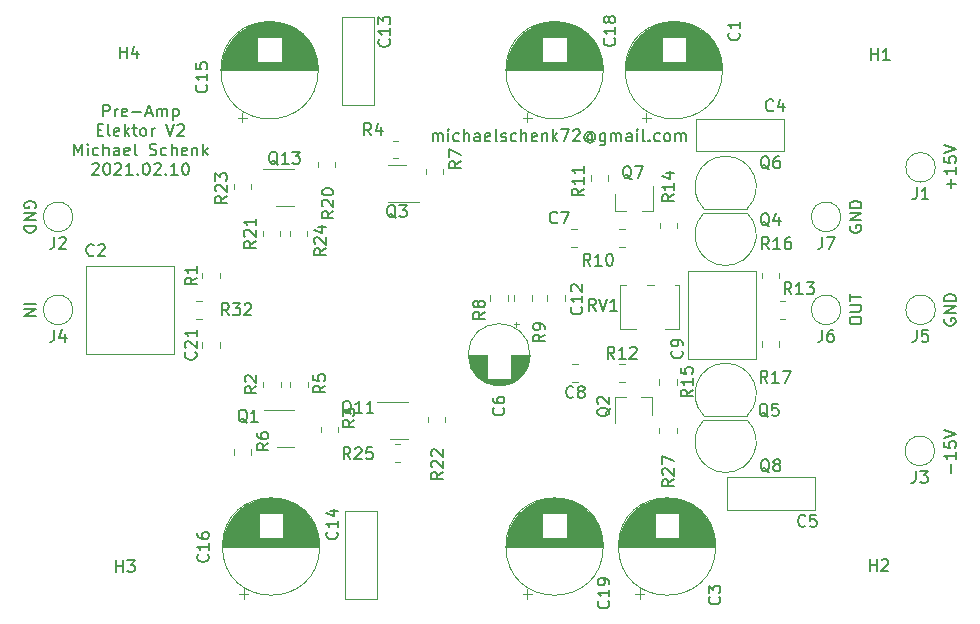
<source format=gbr>
G04 #@! TF.GenerationSoftware,KiCad,Pcbnew,(5.1.9-0-10_14)*
G04 #@! TF.CreationDate,2021-02-13T11:14:36+01:00*
G04 #@! TF.ProjectId,pre-amp-discret,7072652d-616d-4702-9d64-697363726574,rev?*
G04 #@! TF.SameCoordinates,Original*
G04 #@! TF.FileFunction,Legend,Top*
G04 #@! TF.FilePolarity,Positive*
%FSLAX46Y46*%
G04 Gerber Fmt 4.6, Leading zero omitted, Abs format (unit mm)*
G04 Created by KiCad (PCBNEW (5.1.9-0-10_14)) date 2021-02-13 11:14:36*
%MOMM*%
%LPD*%
G01*
G04 APERTURE LIST*
%ADD10C,0.150000*%
%ADD11C,0.120000*%
G04 APERTURE END LIST*
D10*
X200858428Y-135746904D02*
X200858428Y-134985000D01*
X201239380Y-133985000D02*
X201239380Y-134556428D01*
X201239380Y-134270714D02*
X200239380Y-134270714D01*
X200382238Y-134365952D01*
X200477476Y-134461190D01*
X200525095Y-134556428D01*
X200239380Y-133080238D02*
X200239380Y-133556428D01*
X200715571Y-133604047D01*
X200667952Y-133556428D01*
X200620333Y-133461190D01*
X200620333Y-133223095D01*
X200667952Y-133127857D01*
X200715571Y-133080238D01*
X200810809Y-133032619D01*
X201048904Y-133032619D01*
X201144142Y-133080238D01*
X201191761Y-133127857D01*
X201239380Y-133223095D01*
X201239380Y-133461190D01*
X201191761Y-133556428D01*
X201144142Y-133604047D01*
X200239380Y-132746904D02*
X201239380Y-132413571D01*
X200239380Y-132080238D01*
X156925714Y-107640380D02*
X156925714Y-106973714D01*
X156925714Y-107068952D02*
X156973333Y-107021333D01*
X157068571Y-106973714D01*
X157211428Y-106973714D01*
X157306666Y-107021333D01*
X157354285Y-107116571D01*
X157354285Y-107640380D01*
X157354285Y-107116571D02*
X157401904Y-107021333D01*
X157497142Y-106973714D01*
X157640000Y-106973714D01*
X157735238Y-107021333D01*
X157782857Y-107116571D01*
X157782857Y-107640380D01*
X158259047Y-107640380D02*
X158259047Y-106973714D01*
X158259047Y-106640380D02*
X158211428Y-106688000D01*
X158259047Y-106735619D01*
X158306666Y-106688000D01*
X158259047Y-106640380D01*
X158259047Y-106735619D01*
X159163809Y-107592761D02*
X159068571Y-107640380D01*
X158878095Y-107640380D01*
X158782857Y-107592761D01*
X158735238Y-107545142D01*
X158687619Y-107449904D01*
X158687619Y-107164190D01*
X158735238Y-107068952D01*
X158782857Y-107021333D01*
X158878095Y-106973714D01*
X159068571Y-106973714D01*
X159163809Y-107021333D01*
X159592380Y-107640380D02*
X159592380Y-106640380D01*
X160020952Y-107640380D02*
X160020952Y-107116571D01*
X159973333Y-107021333D01*
X159878095Y-106973714D01*
X159735238Y-106973714D01*
X159640000Y-107021333D01*
X159592380Y-107068952D01*
X160925714Y-107640380D02*
X160925714Y-107116571D01*
X160878095Y-107021333D01*
X160782857Y-106973714D01*
X160592380Y-106973714D01*
X160497142Y-107021333D01*
X160925714Y-107592761D02*
X160830476Y-107640380D01*
X160592380Y-107640380D01*
X160497142Y-107592761D01*
X160449523Y-107497523D01*
X160449523Y-107402285D01*
X160497142Y-107307047D01*
X160592380Y-107259428D01*
X160830476Y-107259428D01*
X160925714Y-107211809D01*
X161782857Y-107592761D02*
X161687619Y-107640380D01*
X161497142Y-107640380D01*
X161401904Y-107592761D01*
X161354285Y-107497523D01*
X161354285Y-107116571D01*
X161401904Y-107021333D01*
X161497142Y-106973714D01*
X161687619Y-106973714D01*
X161782857Y-107021333D01*
X161830476Y-107116571D01*
X161830476Y-107211809D01*
X161354285Y-107307047D01*
X162401904Y-107640380D02*
X162306666Y-107592761D01*
X162259047Y-107497523D01*
X162259047Y-106640380D01*
X162735238Y-107592761D02*
X162830476Y-107640380D01*
X163020952Y-107640380D01*
X163116190Y-107592761D01*
X163163809Y-107497523D01*
X163163809Y-107449904D01*
X163116190Y-107354666D01*
X163020952Y-107307047D01*
X162878095Y-107307047D01*
X162782857Y-107259428D01*
X162735238Y-107164190D01*
X162735238Y-107116571D01*
X162782857Y-107021333D01*
X162878095Y-106973714D01*
X163020952Y-106973714D01*
X163116190Y-107021333D01*
X164020952Y-107592761D02*
X163925714Y-107640380D01*
X163735238Y-107640380D01*
X163640000Y-107592761D01*
X163592380Y-107545142D01*
X163544761Y-107449904D01*
X163544761Y-107164190D01*
X163592380Y-107068952D01*
X163640000Y-107021333D01*
X163735238Y-106973714D01*
X163925714Y-106973714D01*
X164020952Y-107021333D01*
X164449523Y-107640380D02*
X164449523Y-106640380D01*
X164878095Y-107640380D02*
X164878095Y-107116571D01*
X164830476Y-107021333D01*
X164735238Y-106973714D01*
X164592380Y-106973714D01*
X164497142Y-107021333D01*
X164449523Y-107068952D01*
X165735238Y-107592761D02*
X165640000Y-107640380D01*
X165449523Y-107640380D01*
X165354285Y-107592761D01*
X165306666Y-107497523D01*
X165306666Y-107116571D01*
X165354285Y-107021333D01*
X165449523Y-106973714D01*
X165640000Y-106973714D01*
X165735238Y-107021333D01*
X165782857Y-107116571D01*
X165782857Y-107211809D01*
X165306666Y-107307047D01*
X166211428Y-106973714D02*
X166211428Y-107640380D01*
X166211428Y-107068952D02*
X166259047Y-107021333D01*
X166354285Y-106973714D01*
X166497142Y-106973714D01*
X166592380Y-107021333D01*
X166640000Y-107116571D01*
X166640000Y-107640380D01*
X167116190Y-107640380D02*
X167116190Y-106640380D01*
X167211428Y-107259428D02*
X167497142Y-107640380D01*
X167497142Y-106973714D02*
X167116190Y-107354666D01*
X167830476Y-106640380D02*
X168497142Y-106640380D01*
X168068571Y-107640380D01*
X168830476Y-106735619D02*
X168878095Y-106688000D01*
X168973333Y-106640380D01*
X169211428Y-106640380D01*
X169306666Y-106688000D01*
X169354285Y-106735619D01*
X169401904Y-106830857D01*
X169401904Y-106926095D01*
X169354285Y-107068952D01*
X168782857Y-107640380D01*
X169401904Y-107640380D01*
X170449523Y-107164190D02*
X170401904Y-107116571D01*
X170306666Y-107068952D01*
X170211428Y-107068952D01*
X170116190Y-107116571D01*
X170068571Y-107164190D01*
X170020952Y-107259428D01*
X170020952Y-107354666D01*
X170068571Y-107449904D01*
X170116190Y-107497523D01*
X170211428Y-107545142D01*
X170306666Y-107545142D01*
X170401904Y-107497523D01*
X170449523Y-107449904D01*
X170449523Y-107068952D02*
X170449523Y-107449904D01*
X170497142Y-107497523D01*
X170544761Y-107497523D01*
X170640000Y-107449904D01*
X170687619Y-107354666D01*
X170687619Y-107116571D01*
X170592380Y-106973714D01*
X170449523Y-106878476D01*
X170259047Y-106830857D01*
X170068571Y-106878476D01*
X169925714Y-106973714D01*
X169830476Y-107116571D01*
X169782857Y-107307047D01*
X169830476Y-107497523D01*
X169925714Y-107640380D01*
X170068571Y-107735619D01*
X170259047Y-107783238D01*
X170449523Y-107735619D01*
X170592380Y-107640380D01*
X171544761Y-106973714D02*
X171544761Y-107783238D01*
X171497142Y-107878476D01*
X171449523Y-107926095D01*
X171354285Y-107973714D01*
X171211428Y-107973714D01*
X171116190Y-107926095D01*
X171544761Y-107592761D02*
X171449523Y-107640380D01*
X171259047Y-107640380D01*
X171163809Y-107592761D01*
X171116190Y-107545142D01*
X171068571Y-107449904D01*
X171068571Y-107164190D01*
X171116190Y-107068952D01*
X171163809Y-107021333D01*
X171259047Y-106973714D01*
X171449523Y-106973714D01*
X171544761Y-107021333D01*
X172020952Y-107640380D02*
X172020952Y-106973714D01*
X172020952Y-107068952D02*
X172068571Y-107021333D01*
X172163809Y-106973714D01*
X172306666Y-106973714D01*
X172401904Y-107021333D01*
X172449523Y-107116571D01*
X172449523Y-107640380D01*
X172449523Y-107116571D02*
X172497142Y-107021333D01*
X172592380Y-106973714D01*
X172735238Y-106973714D01*
X172830476Y-107021333D01*
X172878095Y-107116571D01*
X172878095Y-107640380D01*
X173782857Y-107640380D02*
X173782857Y-107116571D01*
X173735238Y-107021333D01*
X173640000Y-106973714D01*
X173449523Y-106973714D01*
X173354285Y-107021333D01*
X173782857Y-107592761D02*
X173687619Y-107640380D01*
X173449523Y-107640380D01*
X173354285Y-107592761D01*
X173306666Y-107497523D01*
X173306666Y-107402285D01*
X173354285Y-107307047D01*
X173449523Y-107259428D01*
X173687619Y-107259428D01*
X173782857Y-107211809D01*
X174259047Y-107640380D02*
X174259047Y-106973714D01*
X174259047Y-106640380D02*
X174211428Y-106688000D01*
X174259047Y-106735619D01*
X174306666Y-106688000D01*
X174259047Y-106640380D01*
X174259047Y-106735619D01*
X174878095Y-107640380D02*
X174782857Y-107592761D01*
X174735238Y-107497523D01*
X174735238Y-106640380D01*
X175259047Y-107545142D02*
X175306666Y-107592761D01*
X175259047Y-107640380D01*
X175211428Y-107592761D01*
X175259047Y-107545142D01*
X175259047Y-107640380D01*
X176163809Y-107592761D02*
X176068571Y-107640380D01*
X175878095Y-107640380D01*
X175782857Y-107592761D01*
X175735238Y-107545142D01*
X175687619Y-107449904D01*
X175687619Y-107164190D01*
X175735238Y-107068952D01*
X175782857Y-107021333D01*
X175878095Y-106973714D01*
X176068571Y-106973714D01*
X176163809Y-107021333D01*
X176735238Y-107640380D02*
X176640000Y-107592761D01*
X176592380Y-107545142D01*
X176544761Y-107449904D01*
X176544761Y-107164190D01*
X176592380Y-107068952D01*
X176640000Y-107021333D01*
X176735238Y-106973714D01*
X176878095Y-106973714D01*
X176973333Y-107021333D01*
X177020952Y-107068952D01*
X177068571Y-107164190D01*
X177068571Y-107449904D01*
X177020952Y-107545142D01*
X176973333Y-107592761D01*
X176878095Y-107640380D01*
X176735238Y-107640380D01*
X177497142Y-107640380D02*
X177497142Y-106973714D01*
X177497142Y-107068952D02*
X177544761Y-107021333D01*
X177640000Y-106973714D01*
X177782857Y-106973714D01*
X177878095Y-107021333D01*
X177925714Y-107116571D01*
X177925714Y-107640380D01*
X177925714Y-107116571D02*
X177973333Y-107021333D01*
X178068571Y-106973714D01*
X178211428Y-106973714D01*
X178306666Y-107021333D01*
X178354285Y-107116571D01*
X178354285Y-107640380D01*
X129040333Y-105546380D02*
X129040333Y-104546380D01*
X129421285Y-104546380D01*
X129516523Y-104594000D01*
X129564142Y-104641619D01*
X129611761Y-104736857D01*
X129611761Y-104879714D01*
X129564142Y-104974952D01*
X129516523Y-105022571D01*
X129421285Y-105070190D01*
X129040333Y-105070190D01*
X130040333Y-105546380D02*
X130040333Y-104879714D01*
X130040333Y-105070190D02*
X130087952Y-104974952D01*
X130135571Y-104927333D01*
X130230809Y-104879714D01*
X130326047Y-104879714D01*
X131040333Y-105498761D02*
X130945095Y-105546380D01*
X130754619Y-105546380D01*
X130659380Y-105498761D01*
X130611761Y-105403523D01*
X130611761Y-105022571D01*
X130659380Y-104927333D01*
X130754619Y-104879714D01*
X130945095Y-104879714D01*
X131040333Y-104927333D01*
X131087952Y-105022571D01*
X131087952Y-105117809D01*
X130611761Y-105213047D01*
X131516523Y-105165428D02*
X132278428Y-105165428D01*
X132707000Y-105260666D02*
X133183190Y-105260666D01*
X132611761Y-105546380D02*
X132945095Y-104546380D01*
X133278428Y-105546380D01*
X133611761Y-105546380D02*
X133611761Y-104879714D01*
X133611761Y-104974952D02*
X133659380Y-104927333D01*
X133754619Y-104879714D01*
X133897476Y-104879714D01*
X133992714Y-104927333D01*
X134040333Y-105022571D01*
X134040333Y-105546380D01*
X134040333Y-105022571D02*
X134087952Y-104927333D01*
X134183190Y-104879714D01*
X134326047Y-104879714D01*
X134421285Y-104927333D01*
X134468904Y-105022571D01*
X134468904Y-105546380D01*
X134945095Y-104879714D02*
X134945095Y-105879714D01*
X134945095Y-104927333D02*
X135040333Y-104879714D01*
X135230809Y-104879714D01*
X135326047Y-104927333D01*
X135373666Y-104974952D01*
X135421285Y-105070190D01*
X135421285Y-105355904D01*
X135373666Y-105451142D01*
X135326047Y-105498761D01*
X135230809Y-105546380D01*
X135040333Y-105546380D01*
X134945095Y-105498761D01*
X128564142Y-106672571D02*
X128897476Y-106672571D01*
X129040333Y-107196380D02*
X128564142Y-107196380D01*
X128564142Y-106196380D01*
X129040333Y-106196380D01*
X129611761Y-107196380D02*
X129516523Y-107148761D01*
X129468904Y-107053523D01*
X129468904Y-106196380D01*
X130373666Y-107148761D02*
X130278428Y-107196380D01*
X130087952Y-107196380D01*
X129992714Y-107148761D01*
X129945095Y-107053523D01*
X129945095Y-106672571D01*
X129992714Y-106577333D01*
X130087952Y-106529714D01*
X130278428Y-106529714D01*
X130373666Y-106577333D01*
X130421285Y-106672571D01*
X130421285Y-106767809D01*
X129945095Y-106863047D01*
X130849857Y-107196380D02*
X130849857Y-106196380D01*
X130945095Y-106815428D02*
X131230809Y-107196380D01*
X131230809Y-106529714D02*
X130849857Y-106910666D01*
X131516523Y-106529714D02*
X131897476Y-106529714D01*
X131659380Y-106196380D02*
X131659380Y-107053523D01*
X131707000Y-107148761D01*
X131802238Y-107196380D01*
X131897476Y-107196380D01*
X132373666Y-107196380D02*
X132278428Y-107148761D01*
X132230809Y-107101142D01*
X132183190Y-107005904D01*
X132183190Y-106720190D01*
X132230809Y-106624952D01*
X132278428Y-106577333D01*
X132373666Y-106529714D01*
X132516523Y-106529714D01*
X132611761Y-106577333D01*
X132659380Y-106624952D01*
X132707000Y-106720190D01*
X132707000Y-107005904D01*
X132659380Y-107101142D01*
X132611761Y-107148761D01*
X132516523Y-107196380D01*
X132373666Y-107196380D01*
X133135571Y-107196380D02*
X133135571Y-106529714D01*
X133135571Y-106720190D02*
X133183190Y-106624952D01*
X133230809Y-106577333D01*
X133326047Y-106529714D01*
X133421285Y-106529714D01*
X134373666Y-106196380D02*
X134707000Y-107196380D01*
X135040333Y-106196380D01*
X135326047Y-106291619D02*
X135373666Y-106244000D01*
X135468904Y-106196380D01*
X135707000Y-106196380D01*
X135802238Y-106244000D01*
X135849857Y-106291619D01*
X135897476Y-106386857D01*
X135897476Y-106482095D01*
X135849857Y-106624952D01*
X135278428Y-107196380D01*
X135897476Y-107196380D01*
X126587952Y-108846380D02*
X126587952Y-107846380D01*
X126921285Y-108560666D01*
X127254619Y-107846380D01*
X127254619Y-108846380D01*
X127730809Y-108846380D02*
X127730809Y-108179714D01*
X127730809Y-107846380D02*
X127683190Y-107894000D01*
X127730809Y-107941619D01*
X127778428Y-107894000D01*
X127730809Y-107846380D01*
X127730809Y-107941619D01*
X128635571Y-108798761D02*
X128540333Y-108846380D01*
X128349857Y-108846380D01*
X128254619Y-108798761D01*
X128207000Y-108751142D01*
X128159380Y-108655904D01*
X128159380Y-108370190D01*
X128207000Y-108274952D01*
X128254619Y-108227333D01*
X128349857Y-108179714D01*
X128540333Y-108179714D01*
X128635571Y-108227333D01*
X129064142Y-108846380D02*
X129064142Y-107846380D01*
X129492714Y-108846380D02*
X129492714Y-108322571D01*
X129445095Y-108227333D01*
X129349857Y-108179714D01*
X129207000Y-108179714D01*
X129111761Y-108227333D01*
X129064142Y-108274952D01*
X130397476Y-108846380D02*
X130397476Y-108322571D01*
X130349857Y-108227333D01*
X130254619Y-108179714D01*
X130064142Y-108179714D01*
X129968904Y-108227333D01*
X130397476Y-108798761D02*
X130302238Y-108846380D01*
X130064142Y-108846380D01*
X129968904Y-108798761D01*
X129921285Y-108703523D01*
X129921285Y-108608285D01*
X129968904Y-108513047D01*
X130064142Y-108465428D01*
X130302238Y-108465428D01*
X130397476Y-108417809D01*
X131254619Y-108798761D02*
X131159380Y-108846380D01*
X130968904Y-108846380D01*
X130873666Y-108798761D01*
X130826047Y-108703523D01*
X130826047Y-108322571D01*
X130873666Y-108227333D01*
X130968904Y-108179714D01*
X131159380Y-108179714D01*
X131254619Y-108227333D01*
X131302238Y-108322571D01*
X131302238Y-108417809D01*
X130826047Y-108513047D01*
X131873666Y-108846380D02*
X131778428Y-108798761D01*
X131730809Y-108703523D01*
X131730809Y-107846380D01*
X132968904Y-108798761D02*
X133111761Y-108846380D01*
X133349857Y-108846380D01*
X133445095Y-108798761D01*
X133492714Y-108751142D01*
X133540333Y-108655904D01*
X133540333Y-108560666D01*
X133492714Y-108465428D01*
X133445095Y-108417809D01*
X133349857Y-108370190D01*
X133159380Y-108322571D01*
X133064142Y-108274952D01*
X133016523Y-108227333D01*
X132968904Y-108132095D01*
X132968904Y-108036857D01*
X133016523Y-107941619D01*
X133064142Y-107894000D01*
X133159380Y-107846380D01*
X133397476Y-107846380D01*
X133540333Y-107894000D01*
X134397476Y-108798761D02*
X134302238Y-108846380D01*
X134111761Y-108846380D01*
X134016523Y-108798761D01*
X133968904Y-108751142D01*
X133921285Y-108655904D01*
X133921285Y-108370190D01*
X133968904Y-108274952D01*
X134016523Y-108227333D01*
X134111761Y-108179714D01*
X134302238Y-108179714D01*
X134397476Y-108227333D01*
X134826047Y-108846380D02*
X134826047Y-107846380D01*
X135254619Y-108846380D02*
X135254619Y-108322571D01*
X135207000Y-108227333D01*
X135111761Y-108179714D01*
X134968904Y-108179714D01*
X134873666Y-108227333D01*
X134826047Y-108274952D01*
X136111761Y-108798761D02*
X136016523Y-108846380D01*
X135826047Y-108846380D01*
X135730809Y-108798761D01*
X135683190Y-108703523D01*
X135683190Y-108322571D01*
X135730809Y-108227333D01*
X135826047Y-108179714D01*
X136016523Y-108179714D01*
X136111761Y-108227333D01*
X136159380Y-108322571D01*
X136159380Y-108417809D01*
X135683190Y-108513047D01*
X136587952Y-108179714D02*
X136587952Y-108846380D01*
X136587952Y-108274952D02*
X136635571Y-108227333D01*
X136730809Y-108179714D01*
X136873666Y-108179714D01*
X136968904Y-108227333D01*
X137016523Y-108322571D01*
X137016523Y-108846380D01*
X137492714Y-108846380D02*
X137492714Y-107846380D01*
X137587952Y-108465428D02*
X137873666Y-108846380D01*
X137873666Y-108179714D02*
X137492714Y-108560666D01*
X128111761Y-109591619D02*
X128159380Y-109544000D01*
X128254619Y-109496380D01*
X128492714Y-109496380D01*
X128587952Y-109544000D01*
X128635571Y-109591619D01*
X128683190Y-109686857D01*
X128683190Y-109782095D01*
X128635571Y-109924952D01*
X128064142Y-110496380D01*
X128683190Y-110496380D01*
X129302238Y-109496380D02*
X129397476Y-109496380D01*
X129492714Y-109544000D01*
X129540333Y-109591619D01*
X129587952Y-109686857D01*
X129635571Y-109877333D01*
X129635571Y-110115428D01*
X129587952Y-110305904D01*
X129540333Y-110401142D01*
X129492714Y-110448761D01*
X129397476Y-110496380D01*
X129302238Y-110496380D01*
X129207000Y-110448761D01*
X129159380Y-110401142D01*
X129111761Y-110305904D01*
X129064142Y-110115428D01*
X129064142Y-109877333D01*
X129111761Y-109686857D01*
X129159380Y-109591619D01*
X129207000Y-109544000D01*
X129302238Y-109496380D01*
X130016523Y-109591619D02*
X130064142Y-109544000D01*
X130159380Y-109496380D01*
X130397476Y-109496380D01*
X130492714Y-109544000D01*
X130540333Y-109591619D01*
X130587952Y-109686857D01*
X130587952Y-109782095D01*
X130540333Y-109924952D01*
X129968904Y-110496380D01*
X130587952Y-110496380D01*
X131540333Y-110496380D02*
X130968904Y-110496380D01*
X131254619Y-110496380D02*
X131254619Y-109496380D01*
X131159380Y-109639238D01*
X131064142Y-109734476D01*
X130968904Y-109782095D01*
X131968904Y-110401142D02*
X132016523Y-110448761D01*
X131968904Y-110496380D01*
X131921285Y-110448761D01*
X131968904Y-110401142D01*
X131968904Y-110496380D01*
X132635571Y-109496380D02*
X132730809Y-109496380D01*
X132826047Y-109544000D01*
X132873666Y-109591619D01*
X132921285Y-109686857D01*
X132968904Y-109877333D01*
X132968904Y-110115428D01*
X132921285Y-110305904D01*
X132873666Y-110401142D01*
X132826047Y-110448761D01*
X132730809Y-110496380D01*
X132635571Y-110496380D01*
X132540333Y-110448761D01*
X132492714Y-110401142D01*
X132445095Y-110305904D01*
X132397476Y-110115428D01*
X132397476Y-109877333D01*
X132445095Y-109686857D01*
X132492714Y-109591619D01*
X132540333Y-109544000D01*
X132635571Y-109496380D01*
X133349857Y-109591619D02*
X133397476Y-109544000D01*
X133492714Y-109496380D01*
X133730809Y-109496380D01*
X133826047Y-109544000D01*
X133873666Y-109591619D01*
X133921285Y-109686857D01*
X133921285Y-109782095D01*
X133873666Y-109924952D01*
X133302238Y-110496380D01*
X133921285Y-110496380D01*
X134349857Y-110401142D02*
X134397476Y-110448761D01*
X134349857Y-110496380D01*
X134302238Y-110448761D01*
X134349857Y-110401142D01*
X134349857Y-110496380D01*
X135349857Y-110496380D02*
X134778428Y-110496380D01*
X135064142Y-110496380D02*
X135064142Y-109496380D01*
X134968904Y-109639238D01*
X134873666Y-109734476D01*
X134778428Y-109782095D01*
X135968904Y-109496380D02*
X136064142Y-109496380D01*
X136159380Y-109544000D01*
X136207000Y-109591619D01*
X136254619Y-109686857D01*
X136302238Y-109877333D01*
X136302238Y-110115428D01*
X136254619Y-110305904D01*
X136207000Y-110401142D01*
X136159380Y-110448761D01*
X136064142Y-110496380D01*
X135968904Y-110496380D01*
X135873666Y-110448761D01*
X135826047Y-110401142D01*
X135778428Y-110305904D01*
X135730809Y-110115428D01*
X135730809Y-109877333D01*
X135778428Y-109686857D01*
X135826047Y-109591619D01*
X135873666Y-109544000D01*
X135968904Y-109496380D01*
X192286000Y-114807904D02*
X192238380Y-114903142D01*
X192238380Y-115046000D01*
X192286000Y-115188857D01*
X192381238Y-115284095D01*
X192476476Y-115331714D01*
X192666952Y-115379333D01*
X192809809Y-115379333D01*
X193000285Y-115331714D01*
X193095523Y-115284095D01*
X193190761Y-115188857D01*
X193238380Y-115046000D01*
X193238380Y-114950761D01*
X193190761Y-114807904D01*
X193143142Y-114760285D01*
X192809809Y-114760285D01*
X192809809Y-114950761D01*
X193238380Y-114331714D02*
X192238380Y-114331714D01*
X193238380Y-113760285D01*
X192238380Y-113760285D01*
X193238380Y-113284095D02*
X192238380Y-113284095D01*
X192238380Y-113046000D01*
X192286000Y-112903142D01*
X192381238Y-112807904D01*
X192476476Y-112760285D01*
X192666952Y-112712666D01*
X192809809Y-112712666D01*
X193000285Y-112760285D01*
X193095523Y-112807904D01*
X193190761Y-112903142D01*
X193238380Y-113046000D01*
X193238380Y-113284095D01*
X192238380Y-122920000D02*
X192238380Y-122729523D01*
X192286000Y-122634285D01*
X192381238Y-122539047D01*
X192571714Y-122491428D01*
X192905047Y-122491428D01*
X193095523Y-122539047D01*
X193190761Y-122634285D01*
X193238380Y-122729523D01*
X193238380Y-122920000D01*
X193190761Y-123015238D01*
X193095523Y-123110476D01*
X192905047Y-123158095D01*
X192571714Y-123158095D01*
X192381238Y-123110476D01*
X192286000Y-123015238D01*
X192238380Y-122920000D01*
X192238380Y-122062857D02*
X193047904Y-122062857D01*
X193143142Y-122015238D01*
X193190761Y-121967619D01*
X193238380Y-121872380D01*
X193238380Y-121681904D01*
X193190761Y-121586666D01*
X193143142Y-121539047D01*
X193047904Y-121491428D01*
X192238380Y-121491428D01*
X192238380Y-121158095D02*
X192238380Y-120586666D01*
X193238380Y-120872380D02*
X192238380Y-120872380D01*
X123309000Y-113284095D02*
X123356619Y-113188857D01*
X123356619Y-113046000D01*
X123309000Y-112903142D01*
X123213761Y-112807904D01*
X123118523Y-112760285D01*
X122928047Y-112712666D01*
X122785190Y-112712666D01*
X122594714Y-112760285D01*
X122499476Y-112807904D01*
X122404238Y-112903142D01*
X122356619Y-113046000D01*
X122356619Y-113141238D01*
X122404238Y-113284095D01*
X122451857Y-113331714D01*
X122785190Y-113331714D01*
X122785190Y-113141238D01*
X122356619Y-113760285D02*
X123356619Y-113760285D01*
X122356619Y-114331714D01*
X123356619Y-114331714D01*
X122356619Y-114807904D02*
X123356619Y-114807904D01*
X123356619Y-115046000D01*
X123309000Y-115188857D01*
X123213761Y-115284095D01*
X123118523Y-115331714D01*
X122928047Y-115379333D01*
X122785190Y-115379333D01*
X122594714Y-115331714D01*
X122499476Y-115284095D01*
X122404238Y-115188857D01*
X122356619Y-115046000D01*
X122356619Y-114807904D01*
X122356619Y-121396190D02*
X123356619Y-121396190D01*
X122356619Y-121872380D02*
X123356619Y-121872380D01*
X122356619Y-122443809D01*
X123356619Y-122443809D01*
X200287000Y-122681904D02*
X200239380Y-122777142D01*
X200239380Y-122920000D01*
X200287000Y-123062857D01*
X200382238Y-123158095D01*
X200477476Y-123205714D01*
X200667952Y-123253333D01*
X200810809Y-123253333D01*
X201001285Y-123205714D01*
X201096523Y-123158095D01*
X201191761Y-123062857D01*
X201239380Y-122920000D01*
X201239380Y-122824761D01*
X201191761Y-122681904D01*
X201144142Y-122634285D01*
X200810809Y-122634285D01*
X200810809Y-122824761D01*
X201239380Y-122205714D02*
X200239380Y-122205714D01*
X201239380Y-121634285D01*
X200239380Y-121634285D01*
X201239380Y-121158095D02*
X200239380Y-121158095D01*
X200239380Y-120920000D01*
X200287000Y-120777142D01*
X200382238Y-120681904D01*
X200477476Y-120634285D01*
X200667952Y-120586666D01*
X200810809Y-120586666D01*
X201001285Y-120634285D01*
X201096523Y-120681904D01*
X201191761Y-120777142D01*
X201239380Y-120920000D01*
X201239380Y-121158095D01*
X200858428Y-111616904D02*
X200858428Y-110855000D01*
X201239380Y-111235952D02*
X200477476Y-111235952D01*
X201239380Y-109855000D02*
X201239380Y-110426428D01*
X201239380Y-110140714D02*
X200239380Y-110140714D01*
X200382238Y-110235952D01*
X200477476Y-110331190D01*
X200525095Y-110426428D01*
X200239380Y-108950238D02*
X200239380Y-109426428D01*
X200715571Y-109474047D01*
X200667952Y-109426428D01*
X200620333Y-109331190D01*
X200620333Y-109093095D01*
X200667952Y-108997857D01*
X200715571Y-108950238D01*
X200810809Y-108902619D01*
X201048904Y-108902619D01*
X201144142Y-108950238D01*
X201191761Y-108997857D01*
X201239380Y-109093095D01*
X201239380Y-109331190D01*
X201191761Y-109426428D01*
X201144142Y-109474047D01*
X200239380Y-108616904D02*
X201239380Y-108283571D01*
X200239380Y-107950238D01*
D11*
X177800000Y-119806000D02*
X177800000Y-123546000D01*
X172760000Y-119806000D02*
X172760000Y-123546000D01*
X176620000Y-123546000D02*
X177800000Y-123546000D01*
X172760000Y-123546000D02*
X174140000Y-123546000D01*
X175120000Y-119806000D02*
X175640000Y-119806000D01*
X172760000Y-119806000D02*
X173341000Y-119806000D01*
X177420000Y-119806000D02*
X177800000Y-119806000D01*
X138911000Y-119242064D02*
X138911000Y-118787936D01*
X137441000Y-119242064D02*
X137441000Y-118787936D01*
X137387064Y-121185000D02*
X136932936Y-121185000D01*
X137387064Y-122655000D02*
X136932936Y-122655000D01*
X138911000Y-125123752D02*
X138911000Y-124601248D01*
X137441000Y-125123752D02*
X137441000Y-124601248D01*
X147474000Y-131836936D02*
X147474000Y-132291064D01*
X148944000Y-131836936D02*
X148944000Y-132291064D01*
X161825000Y-120692936D02*
X161825000Y-121147064D01*
X163295000Y-120692936D02*
X163295000Y-121147064D01*
X169276752Y-126519000D02*
X168754248Y-126519000D01*
X169276752Y-127989000D02*
X168754248Y-127989000D01*
X168627248Y-116559000D02*
X169149752Y-116559000D01*
X168627248Y-115089000D02*
X169149752Y-115089000D01*
X186687000Y-108494500D02*
X179247000Y-108494500D01*
X186687000Y-105754500D02*
X179247000Y-105754500D01*
X186687000Y-108494500D02*
X186687000Y-105754500D01*
X179247000Y-108494500D02*
X179247000Y-105754500D01*
X178549500Y-126044500D02*
X178549500Y-118604500D01*
X184289500Y-126044500D02*
X184289500Y-118604500D01*
X178549500Y-126044500D02*
X184289500Y-126044500D01*
X178549500Y-118604500D02*
X184289500Y-118604500D01*
X186282000Y-124597936D02*
X186282000Y-125052064D01*
X184812000Y-124597936D02*
X184812000Y-125052064D01*
X186282000Y-118787936D02*
X186282000Y-119242064D01*
X184812000Y-118787936D02*
X184812000Y-119242064D01*
X177582500Y-127804936D02*
X177582500Y-128259064D01*
X176112500Y-127804936D02*
X176112500Y-128259064D01*
X177646000Y-114564936D02*
X177646000Y-115019064D01*
X176176000Y-114564936D02*
X176176000Y-115019064D01*
X172730936Y-126519000D02*
X173185064Y-126519000D01*
X172730936Y-127989000D02*
X173185064Y-127989000D01*
X173185064Y-116559000D02*
X172730936Y-116559000D01*
X173185064Y-115089000D02*
X172730936Y-115089000D01*
X183537000Y-131246000D02*
X179937000Y-131246000D01*
X179898522Y-131257522D02*
G75*
G03*
X181737000Y-135696000I1838478J-1838478D01*
G01*
X183575478Y-131257522D02*
G75*
G02*
X181737000Y-135696000I-1838478J-1838478D01*
G01*
X179937000Y-113356000D02*
X183537000Y-113356000D01*
X183575478Y-113344478D02*
G75*
G03*
X181737000Y-108906000I-1838478J1838478D01*
G01*
X179898522Y-113344478D02*
G75*
G02*
X181737000Y-108906000I1838478J1838478D01*
G01*
X179937000Y-130882000D02*
X183537000Y-130882000D01*
X183575478Y-130870478D02*
G75*
G03*
X181737000Y-126432000I-1838478J1838478D01*
G01*
X179898522Y-130870478D02*
G75*
G02*
X181737000Y-126432000I1838478J1838478D01*
G01*
X183537000Y-113720000D02*
X179937000Y-113720000D01*
X179898522Y-113731522D02*
G75*
G03*
X181737000Y-118170000I1838478J-1838478D01*
G01*
X183575478Y-113731522D02*
G75*
G02*
X181737000Y-118170000I-1838478J-1838478D01*
G01*
X175506500Y-129335500D02*
X174576500Y-129335500D01*
X172346500Y-129335500D02*
X173276500Y-129335500D01*
X172346500Y-129335500D02*
X172346500Y-131495500D01*
X175506500Y-129335500D02*
X175506500Y-130795500D01*
X144468000Y-130390500D02*
X142618000Y-130390500D01*
X144468000Y-130390500D02*
X145218000Y-130390500D01*
X144468000Y-133510500D02*
X143718000Y-133510500D01*
X144468000Y-133510500D02*
X145218000Y-133510500D01*
X153918500Y-112758700D02*
X155768500Y-112758700D01*
X153918500Y-112758700D02*
X153168500Y-112758700D01*
X153918500Y-109638700D02*
X154668500Y-109638700D01*
X153918500Y-109638700D02*
X153168500Y-109638700D01*
X144444300Y-109986600D02*
X142594300Y-109986600D01*
X144444300Y-109986600D02*
X145194300Y-109986600D01*
X144444300Y-113106600D02*
X143694300Y-113106600D01*
X144444300Y-113106600D02*
X145194300Y-113106600D01*
X154104300Y-129704700D02*
X152254300Y-129704700D01*
X154104300Y-129704700D02*
X154854300Y-129704700D01*
X154104300Y-132824700D02*
X153354300Y-132824700D01*
X154104300Y-132824700D02*
X154854300Y-132824700D01*
X174640500Y-105637698D02*
X175440500Y-105637698D01*
X175040500Y-106037698D02*
X175040500Y-105237698D01*
X176822500Y-97547000D02*
X177888500Y-97547000D01*
X176587500Y-97587000D02*
X178123500Y-97587000D01*
X176407500Y-97627000D02*
X178303500Y-97627000D01*
X176257500Y-97667000D02*
X178453500Y-97667000D01*
X176126500Y-97707000D02*
X178584500Y-97707000D01*
X176009500Y-97747000D02*
X178701500Y-97747000D01*
X175902500Y-97787000D02*
X178808500Y-97787000D01*
X175803500Y-97827000D02*
X178907500Y-97827000D01*
X175710500Y-97867000D02*
X179000500Y-97867000D01*
X175624500Y-97907000D02*
X179086500Y-97907000D01*
X175542500Y-97947000D02*
X179168500Y-97947000D01*
X175465500Y-97987000D02*
X179245500Y-97987000D01*
X175391500Y-98027000D02*
X179319500Y-98027000D01*
X175321500Y-98067000D02*
X179389500Y-98067000D01*
X175253500Y-98107000D02*
X179457500Y-98107000D01*
X175189500Y-98147000D02*
X179521500Y-98147000D01*
X175127500Y-98187000D02*
X179583500Y-98187000D01*
X175068500Y-98227000D02*
X179642500Y-98227000D01*
X175010500Y-98267000D02*
X179700500Y-98267000D01*
X174955500Y-98307000D02*
X179755500Y-98307000D01*
X174901500Y-98347000D02*
X179809500Y-98347000D01*
X174850500Y-98387000D02*
X179860500Y-98387000D01*
X174799500Y-98427000D02*
X179911500Y-98427000D01*
X174751500Y-98467000D02*
X179959500Y-98467000D01*
X174704500Y-98507000D02*
X180006500Y-98507000D01*
X174658500Y-98547000D02*
X180052500Y-98547000D01*
X174614500Y-98587000D02*
X180096500Y-98587000D01*
X174571500Y-98627000D02*
X180139500Y-98627000D01*
X174529500Y-98667000D02*
X180181500Y-98667000D01*
X174488500Y-98707000D02*
X180222500Y-98707000D01*
X174448500Y-98747000D02*
X180262500Y-98747000D01*
X174410500Y-98787000D02*
X180300500Y-98787000D01*
X174372500Y-98827000D02*
X180338500Y-98827000D01*
X178395500Y-98867000D02*
X180374500Y-98867000D01*
X174336500Y-98867000D02*
X176315500Y-98867000D01*
X178395500Y-98907000D02*
X180410500Y-98907000D01*
X174300500Y-98907000D02*
X176315500Y-98907000D01*
X178395500Y-98947000D02*
X180445500Y-98947000D01*
X174265500Y-98947000D02*
X176315500Y-98947000D01*
X178395500Y-98987000D02*
X180479500Y-98987000D01*
X174231500Y-98987000D02*
X176315500Y-98987000D01*
X178395500Y-99027000D02*
X180511500Y-99027000D01*
X174199500Y-99027000D02*
X176315500Y-99027000D01*
X178395500Y-99067000D02*
X180544500Y-99067000D01*
X174166500Y-99067000D02*
X176315500Y-99067000D01*
X178395500Y-99107000D02*
X180575500Y-99107000D01*
X174135500Y-99107000D02*
X176315500Y-99107000D01*
X178395500Y-99147000D02*
X180605500Y-99147000D01*
X174105500Y-99147000D02*
X176315500Y-99147000D01*
X178395500Y-99187000D02*
X180635500Y-99187000D01*
X174075500Y-99187000D02*
X176315500Y-99187000D01*
X178395500Y-99227000D02*
X180664500Y-99227000D01*
X174046500Y-99227000D02*
X176315500Y-99227000D01*
X178395500Y-99267000D02*
X180693500Y-99267000D01*
X174017500Y-99267000D02*
X176315500Y-99267000D01*
X178395500Y-99307000D02*
X180720500Y-99307000D01*
X173990500Y-99307000D02*
X176315500Y-99307000D01*
X178395500Y-99347000D02*
X180747500Y-99347000D01*
X173963500Y-99347000D02*
X176315500Y-99347000D01*
X178395500Y-99387000D02*
X180773500Y-99387000D01*
X173937500Y-99387000D02*
X176315500Y-99387000D01*
X178395500Y-99427000D02*
X180799500Y-99427000D01*
X173911500Y-99427000D02*
X176315500Y-99427000D01*
X178395500Y-99467000D02*
X180824500Y-99467000D01*
X173886500Y-99467000D02*
X176315500Y-99467000D01*
X178395500Y-99507000D02*
X180848500Y-99507000D01*
X173862500Y-99507000D02*
X176315500Y-99507000D01*
X178395500Y-99547000D02*
X180872500Y-99547000D01*
X173838500Y-99547000D02*
X176315500Y-99547000D01*
X178395500Y-99587000D02*
X180895500Y-99587000D01*
X173815500Y-99587000D02*
X176315500Y-99587000D01*
X178395500Y-99627000D02*
X180917500Y-99627000D01*
X173793500Y-99627000D02*
X176315500Y-99627000D01*
X178395500Y-99667000D02*
X180939500Y-99667000D01*
X173771500Y-99667000D02*
X176315500Y-99667000D01*
X178395500Y-99707000D02*
X180961500Y-99707000D01*
X173749500Y-99707000D02*
X176315500Y-99707000D01*
X178395500Y-99747000D02*
X180982500Y-99747000D01*
X173728500Y-99747000D02*
X176315500Y-99747000D01*
X178395500Y-99787000D02*
X181002500Y-99787000D01*
X173708500Y-99787000D02*
X176315500Y-99787000D01*
X178395500Y-99827000D02*
X181021500Y-99827000D01*
X173689500Y-99827000D02*
X176315500Y-99827000D01*
X178395500Y-99867000D02*
X181041500Y-99867000D01*
X173669500Y-99867000D02*
X176315500Y-99867000D01*
X178395500Y-99907000D02*
X181059500Y-99907000D01*
X173651500Y-99907000D02*
X176315500Y-99907000D01*
X178395500Y-99947000D02*
X181077500Y-99947000D01*
X173633500Y-99947000D02*
X176315500Y-99947000D01*
X178395500Y-99987000D02*
X181095500Y-99987000D01*
X173615500Y-99987000D02*
X176315500Y-99987000D01*
X178395500Y-100027000D02*
X181112500Y-100027000D01*
X173598500Y-100027000D02*
X176315500Y-100027000D01*
X178395500Y-100067000D02*
X181129500Y-100067000D01*
X173581500Y-100067000D02*
X176315500Y-100067000D01*
X178395500Y-100107000D02*
X181145500Y-100107000D01*
X173565500Y-100107000D02*
X176315500Y-100107000D01*
X178395500Y-100147000D02*
X181160500Y-100147000D01*
X173550500Y-100147000D02*
X176315500Y-100147000D01*
X178395500Y-100187000D02*
X181176500Y-100187000D01*
X173534500Y-100187000D02*
X176315500Y-100187000D01*
X178395500Y-100227000D02*
X181190500Y-100227000D01*
X173520500Y-100227000D02*
X176315500Y-100227000D01*
X178395500Y-100267000D02*
X181205500Y-100267000D01*
X173505500Y-100267000D02*
X176315500Y-100267000D01*
X178395500Y-100307000D02*
X181218500Y-100307000D01*
X173492500Y-100307000D02*
X176315500Y-100307000D01*
X178395500Y-100347000D02*
X181232500Y-100347000D01*
X173478500Y-100347000D02*
X176315500Y-100347000D01*
X178395500Y-100387000D02*
X181244500Y-100387000D01*
X173466500Y-100387000D02*
X176315500Y-100387000D01*
X178395500Y-100427000D02*
X181257500Y-100427000D01*
X173453500Y-100427000D02*
X176315500Y-100427000D01*
X178395500Y-100467000D02*
X181269500Y-100467000D01*
X173441500Y-100467000D02*
X176315500Y-100467000D01*
X178395500Y-100507000D02*
X181280500Y-100507000D01*
X173430500Y-100507000D02*
X176315500Y-100507000D01*
X178395500Y-100547000D02*
X181291500Y-100547000D01*
X173419500Y-100547000D02*
X176315500Y-100547000D01*
X178395500Y-100587000D02*
X181302500Y-100587000D01*
X173408500Y-100587000D02*
X176315500Y-100587000D01*
X178395500Y-100627000D02*
X181312500Y-100627000D01*
X173398500Y-100627000D02*
X176315500Y-100627000D01*
X178395500Y-100667000D02*
X181322500Y-100667000D01*
X173388500Y-100667000D02*
X176315500Y-100667000D01*
X178395500Y-100707000D02*
X181331500Y-100707000D01*
X173379500Y-100707000D02*
X176315500Y-100707000D01*
X178395500Y-100747000D02*
X181340500Y-100747000D01*
X173370500Y-100747000D02*
X176315500Y-100747000D01*
X178395500Y-100787000D02*
X181349500Y-100787000D01*
X173361500Y-100787000D02*
X176315500Y-100787000D01*
X178395500Y-100827000D02*
X181357500Y-100827000D01*
X173353500Y-100827000D02*
X176315500Y-100827000D01*
X178395500Y-100867000D02*
X181365500Y-100867000D01*
X173345500Y-100867000D02*
X176315500Y-100867000D01*
X178395500Y-100907000D02*
X181372500Y-100907000D01*
X173338500Y-100907000D02*
X176315500Y-100907000D01*
X173331500Y-100948000D02*
X181379500Y-100948000D01*
X173325500Y-100988000D02*
X181385500Y-100988000D01*
X173318500Y-101028000D02*
X181392500Y-101028000D01*
X173313500Y-101068000D02*
X181397500Y-101068000D01*
X173307500Y-101108000D02*
X181403500Y-101108000D01*
X173303500Y-101148000D02*
X181407500Y-101148000D01*
X173298500Y-101188000D02*
X181412500Y-101188000D01*
X173294500Y-101228000D02*
X181416500Y-101228000D01*
X173290500Y-101268000D02*
X181420500Y-101268000D01*
X173287500Y-101308000D02*
X181423500Y-101308000D01*
X173284500Y-101348000D02*
X181426500Y-101348000D01*
X173281500Y-101388000D02*
X181429500Y-101388000D01*
X173279500Y-101428000D02*
X181431500Y-101428000D01*
X173278500Y-101468000D02*
X181432500Y-101468000D01*
X173276500Y-101508000D02*
X181434500Y-101508000D01*
X173275500Y-101548000D02*
X181435500Y-101548000D01*
X173275500Y-101588000D02*
X181435500Y-101588000D01*
X173275500Y-101628000D02*
X181435500Y-101628000D01*
X181475500Y-101628000D02*
G75*
G03*
X181475500Y-101628000I-4120000J0D01*
G01*
X171379000Y-141958000D02*
G75*
G03*
X171379000Y-141958000I-4120000J0D01*
G01*
X163179000Y-141958000D02*
X171339000Y-141958000D01*
X163179000Y-141918000D02*
X171339000Y-141918000D01*
X163179000Y-141878000D02*
X171339000Y-141878000D01*
X163180000Y-141838000D02*
X171338000Y-141838000D01*
X163182000Y-141798000D02*
X171336000Y-141798000D01*
X163183000Y-141758000D02*
X171335000Y-141758000D01*
X163185000Y-141718000D02*
X171333000Y-141718000D01*
X163188000Y-141678000D02*
X171330000Y-141678000D01*
X163191000Y-141638000D02*
X171327000Y-141638000D01*
X163194000Y-141598000D02*
X171324000Y-141598000D01*
X163198000Y-141558000D02*
X171320000Y-141558000D01*
X163202000Y-141518000D02*
X171316000Y-141518000D01*
X163207000Y-141478000D02*
X171311000Y-141478000D01*
X163211000Y-141438000D02*
X171307000Y-141438000D01*
X163217000Y-141398000D02*
X171301000Y-141398000D01*
X163222000Y-141358000D02*
X171296000Y-141358000D01*
X163229000Y-141318000D02*
X171289000Y-141318000D01*
X163235000Y-141278000D02*
X171283000Y-141278000D01*
X163242000Y-141237000D02*
X166219000Y-141237000D01*
X168299000Y-141237000D02*
X171276000Y-141237000D01*
X163249000Y-141197000D02*
X166219000Y-141197000D01*
X168299000Y-141197000D02*
X171269000Y-141197000D01*
X163257000Y-141157000D02*
X166219000Y-141157000D01*
X168299000Y-141157000D02*
X171261000Y-141157000D01*
X163265000Y-141117000D02*
X166219000Y-141117000D01*
X168299000Y-141117000D02*
X171253000Y-141117000D01*
X163274000Y-141077000D02*
X166219000Y-141077000D01*
X168299000Y-141077000D02*
X171244000Y-141077000D01*
X163283000Y-141037000D02*
X166219000Y-141037000D01*
X168299000Y-141037000D02*
X171235000Y-141037000D01*
X163292000Y-140997000D02*
X166219000Y-140997000D01*
X168299000Y-140997000D02*
X171226000Y-140997000D01*
X163302000Y-140957000D02*
X166219000Y-140957000D01*
X168299000Y-140957000D02*
X171216000Y-140957000D01*
X163312000Y-140917000D02*
X166219000Y-140917000D01*
X168299000Y-140917000D02*
X171206000Y-140917000D01*
X163323000Y-140877000D02*
X166219000Y-140877000D01*
X168299000Y-140877000D02*
X171195000Y-140877000D01*
X163334000Y-140837000D02*
X166219000Y-140837000D01*
X168299000Y-140837000D02*
X171184000Y-140837000D01*
X163345000Y-140797000D02*
X166219000Y-140797000D01*
X168299000Y-140797000D02*
X171173000Y-140797000D01*
X163357000Y-140757000D02*
X166219000Y-140757000D01*
X168299000Y-140757000D02*
X171161000Y-140757000D01*
X163370000Y-140717000D02*
X166219000Y-140717000D01*
X168299000Y-140717000D02*
X171148000Y-140717000D01*
X163382000Y-140677000D02*
X166219000Y-140677000D01*
X168299000Y-140677000D02*
X171136000Y-140677000D01*
X163396000Y-140637000D02*
X166219000Y-140637000D01*
X168299000Y-140637000D02*
X171122000Y-140637000D01*
X163409000Y-140597000D02*
X166219000Y-140597000D01*
X168299000Y-140597000D02*
X171109000Y-140597000D01*
X163424000Y-140557000D02*
X166219000Y-140557000D01*
X168299000Y-140557000D02*
X171094000Y-140557000D01*
X163438000Y-140517000D02*
X166219000Y-140517000D01*
X168299000Y-140517000D02*
X171080000Y-140517000D01*
X163454000Y-140477000D02*
X166219000Y-140477000D01*
X168299000Y-140477000D02*
X171064000Y-140477000D01*
X163469000Y-140437000D02*
X166219000Y-140437000D01*
X168299000Y-140437000D02*
X171049000Y-140437000D01*
X163485000Y-140397000D02*
X166219000Y-140397000D01*
X168299000Y-140397000D02*
X171033000Y-140397000D01*
X163502000Y-140357000D02*
X166219000Y-140357000D01*
X168299000Y-140357000D02*
X171016000Y-140357000D01*
X163519000Y-140317000D02*
X166219000Y-140317000D01*
X168299000Y-140317000D02*
X170999000Y-140317000D01*
X163537000Y-140277000D02*
X166219000Y-140277000D01*
X168299000Y-140277000D02*
X170981000Y-140277000D01*
X163555000Y-140237000D02*
X166219000Y-140237000D01*
X168299000Y-140237000D02*
X170963000Y-140237000D01*
X163573000Y-140197000D02*
X166219000Y-140197000D01*
X168299000Y-140197000D02*
X170945000Y-140197000D01*
X163593000Y-140157000D02*
X166219000Y-140157000D01*
X168299000Y-140157000D02*
X170925000Y-140157000D01*
X163612000Y-140117000D02*
X166219000Y-140117000D01*
X168299000Y-140117000D02*
X170906000Y-140117000D01*
X163632000Y-140077000D02*
X166219000Y-140077000D01*
X168299000Y-140077000D02*
X170886000Y-140077000D01*
X163653000Y-140037000D02*
X166219000Y-140037000D01*
X168299000Y-140037000D02*
X170865000Y-140037000D01*
X163675000Y-139997000D02*
X166219000Y-139997000D01*
X168299000Y-139997000D02*
X170843000Y-139997000D01*
X163697000Y-139957000D02*
X166219000Y-139957000D01*
X168299000Y-139957000D02*
X170821000Y-139957000D01*
X163719000Y-139917000D02*
X166219000Y-139917000D01*
X168299000Y-139917000D02*
X170799000Y-139917000D01*
X163742000Y-139877000D02*
X166219000Y-139877000D01*
X168299000Y-139877000D02*
X170776000Y-139877000D01*
X163766000Y-139837000D02*
X166219000Y-139837000D01*
X168299000Y-139837000D02*
X170752000Y-139837000D01*
X163790000Y-139797000D02*
X166219000Y-139797000D01*
X168299000Y-139797000D02*
X170728000Y-139797000D01*
X163815000Y-139757000D02*
X166219000Y-139757000D01*
X168299000Y-139757000D02*
X170703000Y-139757000D01*
X163841000Y-139717000D02*
X166219000Y-139717000D01*
X168299000Y-139717000D02*
X170677000Y-139717000D01*
X163867000Y-139677000D02*
X166219000Y-139677000D01*
X168299000Y-139677000D02*
X170651000Y-139677000D01*
X163894000Y-139637000D02*
X166219000Y-139637000D01*
X168299000Y-139637000D02*
X170624000Y-139637000D01*
X163921000Y-139597000D02*
X166219000Y-139597000D01*
X168299000Y-139597000D02*
X170597000Y-139597000D01*
X163950000Y-139557000D02*
X166219000Y-139557000D01*
X168299000Y-139557000D02*
X170568000Y-139557000D01*
X163979000Y-139517000D02*
X166219000Y-139517000D01*
X168299000Y-139517000D02*
X170539000Y-139517000D01*
X164009000Y-139477000D02*
X166219000Y-139477000D01*
X168299000Y-139477000D02*
X170509000Y-139477000D01*
X164039000Y-139437000D02*
X166219000Y-139437000D01*
X168299000Y-139437000D02*
X170479000Y-139437000D01*
X164070000Y-139397000D02*
X166219000Y-139397000D01*
X168299000Y-139397000D02*
X170448000Y-139397000D01*
X164103000Y-139357000D02*
X166219000Y-139357000D01*
X168299000Y-139357000D02*
X170415000Y-139357000D01*
X164135000Y-139317000D02*
X166219000Y-139317000D01*
X168299000Y-139317000D02*
X170383000Y-139317000D01*
X164169000Y-139277000D02*
X166219000Y-139277000D01*
X168299000Y-139277000D02*
X170349000Y-139277000D01*
X164204000Y-139237000D02*
X166219000Y-139237000D01*
X168299000Y-139237000D02*
X170314000Y-139237000D01*
X164240000Y-139197000D02*
X166219000Y-139197000D01*
X168299000Y-139197000D02*
X170278000Y-139197000D01*
X164276000Y-139157000D02*
X170242000Y-139157000D01*
X164314000Y-139117000D02*
X170204000Y-139117000D01*
X164352000Y-139077000D02*
X170166000Y-139077000D01*
X164392000Y-139037000D02*
X170126000Y-139037000D01*
X164433000Y-138997000D02*
X170085000Y-138997000D01*
X164475000Y-138957000D02*
X170043000Y-138957000D01*
X164518000Y-138917000D02*
X170000000Y-138917000D01*
X164562000Y-138877000D02*
X169956000Y-138877000D01*
X164608000Y-138837000D02*
X169910000Y-138837000D01*
X164655000Y-138797000D02*
X169863000Y-138797000D01*
X164703000Y-138757000D02*
X169815000Y-138757000D01*
X164754000Y-138717000D02*
X169764000Y-138717000D01*
X164805000Y-138677000D02*
X169713000Y-138677000D01*
X164859000Y-138637000D02*
X169659000Y-138637000D01*
X164914000Y-138597000D02*
X169604000Y-138597000D01*
X164972000Y-138557000D02*
X169546000Y-138557000D01*
X165031000Y-138517000D02*
X169487000Y-138517000D01*
X165093000Y-138477000D02*
X169425000Y-138477000D01*
X165157000Y-138437000D02*
X169361000Y-138437000D01*
X165225000Y-138397000D02*
X169293000Y-138397000D01*
X165295000Y-138357000D02*
X169223000Y-138357000D01*
X165369000Y-138317000D02*
X169149000Y-138317000D01*
X165446000Y-138277000D02*
X169072000Y-138277000D01*
X165528000Y-138237000D02*
X168990000Y-138237000D01*
X165614000Y-138197000D02*
X168904000Y-138197000D01*
X165707000Y-138157000D02*
X168811000Y-138157000D01*
X165806000Y-138117000D02*
X168712000Y-138117000D01*
X165913000Y-138077000D02*
X168605000Y-138077000D01*
X166030000Y-138037000D02*
X168488000Y-138037000D01*
X166161000Y-137997000D02*
X168357000Y-137997000D01*
X166311000Y-137957000D02*
X168207000Y-137957000D01*
X166491000Y-137917000D02*
X168027000Y-137917000D01*
X166726000Y-137877000D02*
X167792000Y-137877000D01*
X164944000Y-146367698D02*
X164944000Y-145567698D01*
X164544000Y-145967698D02*
X165344000Y-145967698D01*
X171379000Y-101628000D02*
G75*
G03*
X171379000Y-101628000I-4120000J0D01*
G01*
X163179000Y-101628000D02*
X171339000Y-101628000D01*
X163179000Y-101588000D02*
X171339000Y-101588000D01*
X163179000Y-101548000D02*
X171339000Y-101548000D01*
X163180000Y-101508000D02*
X171338000Y-101508000D01*
X163182000Y-101468000D02*
X171336000Y-101468000D01*
X163183000Y-101428000D02*
X171335000Y-101428000D01*
X163185000Y-101388000D02*
X171333000Y-101388000D01*
X163188000Y-101348000D02*
X171330000Y-101348000D01*
X163191000Y-101308000D02*
X171327000Y-101308000D01*
X163194000Y-101268000D02*
X171324000Y-101268000D01*
X163198000Y-101228000D02*
X171320000Y-101228000D01*
X163202000Y-101188000D02*
X171316000Y-101188000D01*
X163207000Y-101148000D02*
X171311000Y-101148000D01*
X163211000Y-101108000D02*
X171307000Y-101108000D01*
X163217000Y-101068000D02*
X171301000Y-101068000D01*
X163222000Y-101028000D02*
X171296000Y-101028000D01*
X163229000Y-100988000D02*
X171289000Y-100988000D01*
X163235000Y-100948000D02*
X171283000Y-100948000D01*
X163242000Y-100907000D02*
X166219000Y-100907000D01*
X168299000Y-100907000D02*
X171276000Y-100907000D01*
X163249000Y-100867000D02*
X166219000Y-100867000D01*
X168299000Y-100867000D02*
X171269000Y-100867000D01*
X163257000Y-100827000D02*
X166219000Y-100827000D01*
X168299000Y-100827000D02*
X171261000Y-100827000D01*
X163265000Y-100787000D02*
X166219000Y-100787000D01*
X168299000Y-100787000D02*
X171253000Y-100787000D01*
X163274000Y-100747000D02*
X166219000Y-100747000D01*
X168299000Y-100747000D02*
X171244000Y-100747000D01*
X163283000Y-100707000D02*
X166219000Y-100707000D01*
X168299000Y-100707000D02*
X171235000Y-100707000D01*
X163292000Y-100667000D02*
X166219000Y-100667000D01*
X168299000Y-100667000D02*
X171226000Y-100667000D01*
X163302000Y-100627000D02*
X166219000Y-100627000D01*
X168299000Y-100627000D02*
X171216000Y-100627000D01*
X163312000Y-100587000D02*
X166219000Y-100587000D01*
X168299000Y-100587000D02*
X171206000Y-100587000D01*
X163323000Y-100547000D02*
X166219000Y-100547000D01*
X168299000Y-100547000D02*
X171195000Y-100547000D01*
X163334000Y-100507000D02*
X166219000Y-100507000D01*
X168299000Y-100507000D02*
X171184000Y-100507000D01*
X163345000Y-100467000D02*
X166219000Y-100467000D01*
X168299000Y-100467000D02*
X171173000Y-100467000D01*
X163357000Y-100427000D02*
X166219000Y-100427000D01*
X168299000Y-100427000D02*
X171161000Y-100427000D01*
X163370000Y-100387000D02*
X166219000Y-100387000D01*
X168299000Y-100387000D02*
X171148000Y-100387000D01*
X163382000Y-100347000D02*
X166219000Y-100347000D01*
X168299000Y-100347000D02*
X171136000Y-100347000D01*
X163396000Y-100307000D02*
X166219000Y-100307000D01*
X168299000Y-100307000D02*
X171122000Y-100307000D01*
X163409000Y-100267000D02*
X166219000Y-100267000D01*
X168299000Y-100267000D02*
X171109000Y-100267000D01*
X163424000Y-100227000D02*
X166219000Y-100227000D01*
X168299000Y-100227000D02*
X171094000Y-100227000D01*
X163438000Y-100187000D02*
X166219000Y-100187000D01*
X168299000Y-100187000D02*
X171080000Y-100187000D01*
X163454000Y-100147000D02*
X166219000Y-100147000D01*
X168299000Y-100147000D02*
X171064000Y-100147000D01*
X163469000Y-100107000D02*
X166219000Y-100107000D01*
X168299000Y-100107000D02*
X171049000Y-100107000D01*
X163485000Y-100067000D02*
X166219000Y-100067000D01*
X168299000Y-100067000D02*
X171033000Y-100067000D01*
X163502000Y-100027000D02*
X166219000Y-100027000D01*
X168299000Y-100027000D02*
X171016000Y-100027000D01*
X163519000Y-99987000D02*
X166219000Y-99987000D01*
X168299000Y-99987000D02*
X170999000Y-99987000D01*
X163537000Y-99947000D02*
X166219000Y-99947000D01*
X168299000Y-99947000D02*
X170981000Y-99947000D01*
X163555000Y-99907000D02*
X166219000Y-99907000D01*
X168299000Y-99907000D02*
X170963000Y-99907000D01*
X163573000Y-99867000D02*
X166219000Y-99867000D01*
X168299000Y-99867000D02*
X170945000Y-99867000D01*
X163593000Y-99827000D02*
X166219000Y-99827000D01*
X168299000Y-99827000D02*
X170925000Y-99827000D01*
X163612000Y-99787000D02*
X166219000Y-99787000D01*
X168299000Y-99787000D02*
X170906000Y-99787000D01*
X163632000Y-99747000D02*
X166219000Y-99747000D01*
X168299000Y-99747000D02*
X170886000Y-99747000D01*
X163653000Y-99707000D02*
X166219000Y-99707000D01*
X168299000Y-99707000D02*
X170865000Y-99707000D01*
X163675000Y-99667000D02*
X166219000Y-99667000D01*
X168299000Y-99667000D02*
X170843000Y-99667000D01*
X163697000Y-99627000D02*
X166219000Y-99627000D01*
X168299000Y-99627000D02*
X170821000Y-99627000D01*
X163719000Y-99587000D02*
X166219000Y-99587000D01*
X168299000Y-99587000D02*
X170799000Y-99587000D01*
X163742000Y-99547000D02*
X166219000Y-99547000D01*
X168299000Y-99547000D02*
X170776000Y-99547000D01*
X163766000Y-99507000D02*
X166219000Y-99507000D01*
X168299000Y-99507000D02*
X170752000Y-99507000D01*
X163790000Y-99467000D02*
X166219000Y-99467000D01*
X168299000Y-99467000D02*
X170728000Y-99467000D01*
X163815000Y-99427000D02*
X166219000Y-99427000D01*
X168299000Y-99427000D02*
X170703000Y-99427000D01*
X163841000Y-99387000D02*
X166219000Y-99387000D01*
X168299000Y-99387000D02*
X170677000Y-99387000D01*
X163867000Y-99347000D02*
X166219000Y-99347000D01*
X168299000Y-99347000D02*
X170651000Y-99347000D01*
X163894000Y-99307000D02*
X166219000Y-99307000D01*
X168299000Y-99307000D02*
X170624000Y-99307000D01*
X163921000Y-99267000D02*
X166219000Y-99267000D01*
X168299000Y-99267000D02*
X170597000Y-99267000D01*
X163950000Y-99227000D02*
X166219000Y-99227000D01*
X168299000Y-99227000D02*
X170568000Y-99227000D01*
X163979000Y-99187000D02*
X166219000Y-99187000D01*
X168299000Y-99187000D02*
X170539000Y-99187000D01*
X164009000Y-99147000D02*
X166219000Y-99147000D01*
X168299000Y-99147000D02*
X170509000Y-99147000D01*
X164039000Y-99107000D02*
X166219000Y-99107000D01*
X168299000Y-99107000D02*
X170479000Y-99107000D01*
X164070000Y-99067000D02*
X166219000Y-99067000D01*
X168299000Y-99067000D02*
X170448000Y-99067000D01*
X164103000Y-99027000D02*
X166219000Y-99027000D01*
X168299000Y-99027000D02*
X170415000Y-99027000D01*
X164135000Y-98987000D02*
X166219000Y-98987000D01*
X168299000Y-98987000D02*
X170383000Y-98987000D01*
X164169000Y-98947000D02*
X166219000Y-98947000D01*
X168299000Y-98947000D02*
X170349000Y-98947000D01*
X164204000Y-98907000D02*
X166219000Y-98907000D01*
X168299000Y-98907000D02*
X170314000Y-98907000D01*
X164240000Y-98867000D02*
X166219000Y-98867000D01*
X168299000Y-98867000D02*
X170278000Y-98867000D01*
X164276000Y-98827000D02*
X170242000Y-98827000D01*
X164314000Y-98787000D02*
X170204000Y-98787000D01*
X164352000Y-98747000D02*
X170166000Y-98747000D01*
X164392000Y-98707000D02*
X170126000Y-98707000D01*
X164433000Y-98667000D02*
X170085000Y-98667000D01*
X164475000Y-98627000D02*
X170043000Y-98627000D01*
X164518000Y-98587000D02*
X170000000Y-98587000D01*
X164562000Y-98547000D02*
X169956000Y-98547000D01*
X164608000Y-98507000D02*
X169910000Y-98507000D01*
X164655000Y-98467000D02*
X169863000Y-98467000D01*
X164703000Y-98427000D02*
X169815000Y-98427000D01*
X164754000Y-98387000D02*
X169764000Y-98387000D01*
X164805000Y-98347000D02*
X169713000Y-98347000D01*
X164859000Y-98307000D02*
X169659000Y-98307000D01*
X164914000Y-98267000D02*
X169604000Y-98267000D01*
X164972000Y-98227000D02*
X169546000Y-98227000D01*
X165031000Y-98187000D02*
X169487000Y-98187000D01*
X165093000Y-98147000D02*
X169425000Y-98147000D01*
X165157000Y-98107000D02*
X169361000Y-98107000D01*
X165225000Y-98067000D02*
X169293000Y-98067000D01*
X165295000Y-98027000D02*
X169223000Y-98027000D01*
X165369000Y-97987000D02*
X169149000Y-97987000D01*
X165446000Y-97947000D02*
X169072000Y-97947000D01*
X165528000Y-97907000D02*
X168990000Y-97907000D01*
X165614000Y-97867000D02*
X168904000Y-97867000D01*
X165707000Y-97827000D02*
X168811000Y-97827000D01*
X165806000Y-97787000D02*
X168712000Y-97787000D01*
X165913000Y-97747000D02*
X168605000Y-97747000D01*
X166030000Y-97707000D02*
X168488000Y-97707000D01*
X166161000Y-97667000D02*
X168357000Y-97667000D01*
X166311000Y-97627000D02*
X168207000Y-97627000D01*
X166491000Y-97587000D02*
X168027000Y-97587000D01*
X166726000Y-97547000D02*
X167792000Y-97547000D01*
X164944000Y-106037698D02*
X164944000Y-105237698D01*
X164544000Y-105637698D02*
X165344000Y-105637698D01*
X164285000Y-123159225D02*
X163785000Y-123159225D01*
X164035000Y-122909225D02*
X164035000Y-123409225D01*
X162844000Y-128315000D02*
X162276000Y-128315000D01*
X163078000Y-128275000D02*
X162042000Y-128275000D01*
X163237000Y-128235000D02*
X161883000Y-128235000D01*
X163365000Y-128195000D02*
X161755000Y-128195000D01*
X163475000Y-128155000D02*
X161645000Y-128155000D01*
X163571000Y-128115000D02*
X161549000Y-128115000D01*
X163658000Y-128075000D02*
X161462000Y-128075000D01*
X163738000Y-128035000D02*
X161382000Y-128035000D01*
X163811000Y-127995000D02*
X161309000Y-127995000D01*
X163879000Y-127955000D02*
X161241000Y-127955000D01*
X163943000Y-127915000D02*
X161177000Y-127915000D01*
X164003000Y-127875000D02*
X161117000Y-127875000D01*
X164060000Y-127835000D02*
X161060000Y-127835000D01*
X164114000Y-127795000D02*
X161006000Y-127795000D01*
X164165000Y-127755000D02*
X160955000Y-127755000D01*
X161520000Y-127715000D02*
X160907000Y-127715000D01*
X164213000Y-127715000D02*
X163600000Y-127715000D01*
X161520000Y-127675000D02*
X160861000Y-127675000D01*
X164259000Y-127675000D02*
X163600000Y-127675000D01*
X161520000Y-127635000D02*
X160817000Y-127635000D01*
X164303000Y-127635000D02*
X163600000Y-127635000D01*
X161520000Y-127595000D02*
X160775000Y-127595000D01*
X164345000Y-127595000D02*
X163600000Y-127595000D01*
X161520000Y-127555000D02*
X160734000Y-127555000D01*
X164386000Y-127555000D02*
X163600000Y-127555000D01*
X161520000Y-127515000D02*
X160696000Y-127515000D01*
X164424000Y-127515000D02*
X163600000Y-127515000D01*
X161520000Y-127475000D02*
X160659000Y-127475000D01*
X164461000Y-127475000D02*
X163600000Y-127475000D01*
X161520000Y-127435000D02*
X160623000Y-127435000D01*
X164497000Y-127435000D02*
X163600000Y-127435000D01*
X161520000Y-127395000D02*
X160589000Y-127395000D01*
X164531000Y-127395000D02*
X163600000Y-127395000D01*
X161520000Y-127355000D02*
X160556000Y-127355000D01*
X164564000Y-127355000D02*
X163600000Y-127355000D01*
X161520000Y-127315000D02*
X160525000Y-127315000D01*
X164595000Y-127315000D02*
X163600000Y-127315000D01*
X161520000Y-127275000D02*
X160495000Y-127275000D01*
X164625000Y-127275000D02*
X163600000Y-127275000D01*
X161520000Y-127235000D02*
X160465000Y-127235000D01*
X164655000Y-127235000D02*
X163600000Y-127235000D01*
X161520000Y-127195000D02*
X160438000Y-127195000D01*
X164682000Y-127195000D02*
X163600000Y-127195000D01*
X161520000Y-127155000D02*
X160411000Y-127155000D01*
X164709000Y-127155000D02*
X163600000Y-127155000D01*
X161520000Y-127115000D02*
X160385000Y-127115000D01*
X164735000Y-127115000D02*
X163600000Y-127115000D01*
X161520000Y-127075000D02*
X160360000Y-127075000D01*
X164760000Y-127075000D02*
X163600000Y-127075000D01*
X161520000Y-127035000D02*
X160336000Y-127035000D01*
X164784000Y-127035000D02*
X163600000Y-127035000D01*
X161520000Y-126995000D02*
X160313000Y-126995000D01*
X164807000Y-126995000D02*
X163600000Y-126995000D01*
X161520000Y-126955000D02*
X160292000Y-126955000D01*
X164828000Y-126955000D02*
X163600000Y-126955000D01*
X161520000Y-126915000D02*
X160270000Y-126915000D01*
X164850000Y-126915000D02*
X163600000Y-126915000D01*
X161520000Y-126875000D02*
X160250000Y-126875000D01*
X164870000Y-126875000D02*
X163600000Y-126875000D01*
X161520000Y-126835000D02*
X160231000Y-126835000D01*
X164889000Y-126835000D02*
X163600000Y-126835000D01*
X161520000Y-126795000D02*
X160212000Y-126795000D01*
X164908000Y-126795000D02*
X163600000Y-126795000D01*
X161520000Y-126755000D02*
X160195000Y-126755000D01*
X164925000Y-126755000D02*
X163600000Y-126755000D01*
X161520000Y-126715000D02*
X160178000Y-126715000D01*
X164942000Y-126715000D02*
X163600000Y-126715000D01*
X161520000Y-126675000D02*
X160162000Y-126675000D01*
X164958000Y-126675000D02*
X163600000Y-126675000D01*
X161520000Y-126635000D02*
X160146000Y-126635000D01*
X164974000Y-126635000D02*
X163600000Y-126635000D01*
X161520000Y-126595000D02*
X160132000Y-126595000D01*
X164988000Y-126595000D02*
X163600000Y-126595000D01*
X161520000Y-126555000D02*
X160118000Y-126555000D01*
X165002000Y-126555000D02*
X163600000Y-126555000D01*
X161520000Y-126515000D02*
X160105000Y-126515000D01*
X165015000Y-126515000D02*
X163600000Y-126515000D01*
X161520000Y-126475000D02*
X160092000Y-126475000D01*
X165028000Y-126475000D02*
X163600000Y-126475000D01*
X161520000Y-126435000D02*
X160080000Y-126435000D01*
X165040000Y-126435000D02*
X163600000Y-126435000D01*
X161520000Y-126394000D02*
X160069000Y-126394000D01*
X165051000Y-126394000D02*
X163600000Y-126394000D01*
X161520000Y-126354000D02*
X160059000Y-126354000D01*
X165061000Y-126354000D02*
X163600000Y-126354000D01*
X161520000Y-126314000D02*
X160049000Y-126314000D01*
X165071000Y-126314000D02*
X163600000Y-126314000D01*
X161520000Y-126274000D02*
X160040000Y-126274000D01*
X165080000Y-126274000D02*
X163600000Y-126274000D01*
X161520000Y-126234000D02*
X160032000Y-126234000D01*
X165088000Y-126234000D02*
X163600000Y-126234000D01*
X161520000Y-126194000D02*
X160024000Y-126194000D01*
X165096000Y-126194000D02*
X163600000Y-126194000D01*
X161520000Y-126154000D02*
X160017000Y-126154000D01*
X165103000Y-126154000D02*
X163600000Y-126154000D01*
X161520000Y-126114000D02*
X160010000Y-126114000D01*
X165110000Y-126114000D02*
X163600000Y-126114000D01*
X161520000Y-126074000D02*
X160004000Y-126074000D01*
X165116000Y-126074000D02*
X163600000Y-126074000D01*
X161520000Y-126034000D02*
X159999000Y-126034000D01*
X165121000Y-126034000D02*
X163600000Y-126034000D01*
X161520000Y-125994000D02*
X159995000Y-125994000D01*
X165125000Y-125994000D02*
X163600000Y-125994000D01*
X161520000Y-125954000D02*
X159991000Y-125954000D01*
X165129000Y-125954000D02*
X163600000Y-125954000D01*
X161520000Y-125914000D02*
X159987000Y-125914000D01*
X165133000Y-125914000D02*
X163600000Y-125914000D01*
X161520000Y-125874000D02*
X159984000Y-125874000D01*
X165136000Y-125874000D02*
X163600000Y-125874000D01*
X161520000Y-125834000D02*
X159982000Y-125834000D01*
X165138000Y-125834000D02*
X163600000Y-125834000D01*
X161520000Y-125794000D02*
X159981000Y-125794000D01*
X165139000Y-125794000D02*
X163600000Y-125794000D01*
X165140000Y-125754000D02*
X163600000Y-125754000D01*
X161520000Y-125754000D02*
X159980000Y-125754000D01*
X165140000Y-125714000D02*
X163600000Y-125714000D01*
X161520000Y-125714000D02*
X159980000Y-125714000D01*
X165180000Y-125714000D02*
G75*
G03*
X165180000Y-125714000I-2620000J0D01*
G01*
X186774064Y-121185000D02*
X186319936Y-121185000D01*
X186774064Y-122655000D02*
X186319936Y-122655000D01*
X177582500Y-131900436D02*
X177582500Y-132354564D01*
X176112500Y-131900436D02*
X176112500Y-132354564D01*
X154198564Y-134770800D02*
X153744436Y-134770800D01*
X154198564Y-133300800D02*
X153744436Y-133300800D01*
X146327800Y-115219236D02*
X146327800Y-115673364D01*
X144857800Y-115219236D02*
X144857800Y-115673364D01*
X141578000Y-111262936D02*
X141578000Y-111717064D01*
X140108000Y-111262936D02*
X140108000Y-111717064D01*
X157999100Y-130998736D02*
X157999100Y-131452864D01*
X156529100Y-130998736D02*
X156529100Y-131452864D01*
X144029100Y-115231936D02*
X144029100Y-115686064D01*
X142559100Y-115231936D02*
X142559100Y-115686064D01*
X148690000Y-109389936D02*
X148690000Y-109844064D01*
X147220000Y-109389936D02*
X147220000Y-109844064D01*
X140541000Y-145967698D02*
X141341000Y-145967698D01*
X140941000Y-146367698D02*
X140941000Y-145567698D01*
X142723000Y-137877000D02*
X143789000Y-137877000D01*
X142488000Y-137917000D02*
X144024000Y-137917000D01*
X142308000Y-137957000D02*
X144204000Y-137957000D01*
X142158000Y-137997000D02*
X144354000Y-137997000D01*
X142027000Y-138037000D02*
X144485000Y-138037000D01*
X141910000Y-138077000D02*
X144602000Y-138077000D01*
X141803000Y-138117000D02*
X144709000Y-138117000D01*
X141704000Y-138157000D02*
X144808000Y-138157000D01*
X141611000Y-138197000D02*
X144901000Y-138197000D01*
X141525000Y-138237000D02*
X144987000Y-138237000D01*
X141443000Y-138277000D02*
X145069000Y-138277000D01*
X141366000Y-138317000D02*
X145146000Y-138317000D01*
X141292000Y-138357000D02*
X145220000Y-138357000D01*
X141222000Y-138397000D02*
X145290000Y-138397000D01*
X141154000Y-138437000D02*
X145358000Y-138437000D01*
X141090000Y-138477000D02*
X145422000Y-138477000D01*
X141028000Y-138517000D02*
X145484000Y-138517000D01*
X140969000Y-138557000D02*
X145543000Y-138557000D01*
X140911000Y-138597000D02*
X145601000Y-138597000D01*
X140856000Y-138637000D02*
X145656000Y-138637000D01*
X140802000Y-138677000D02*
X145710000Y-138677000D01*
X140751000Y-138717000D02*
X145761000Y-138717000D01*
X140700000Y-138757000D02*
X145812000Y-138757000D01*
X140652000Y-138797000D02*
X145860000Y-138797000D01*
X140605000Y-138837000D02*
X145907000Y-138837000D01*
X140559000Y-138877000D02*
X145953000Y-138877000D01*
X140515000Y-138917000D02*
X145997000Y-138917000D01*
X140472000Y-138957000D02*
X146040000Y-138957000D01*
X140430000Y-138997000D02*
X146082000Y-138997000D01*
X140389000Y-139037000D02*
X146123000Y-139037000D01*
X140349000Y-139077000D02*
X146163000Y-139077000D01*
X140311000Y-139117000D02*
X146201000Y-139117000D01*
X140273000Y-139157000D02*
X146239000Y-139157000D01*
X144296000Y-139197000D02*
X146275000Y-139197000D01*
X140237000Y-139197000D02*
X142216000Y-139197000D01*
X144296000Y-139237000D02*
X146311000Y-139237000D01*
X140201000Y-139237000D02*
X142216000Y-139237000D01*
X144296000Y-139277000D02*
X146346000Y-139277000D01*
X140166000Y-139277000D02*
X142216000Y-139277000D01*
X144296000Y-139317000D02*
X146380000Y-139317000D01*
X140132000Y-139317000D02*
X142216000Y-139317000D01*
X144296000Y-139357000D02*
X146412000Y-139357000D01*
X140100000Y-139357000D02*
X142216000Y-139357000D01*
X144296000Y-139397000D02*
X146445000Y-139397000D01*
X140067000Y-139397000D02*
X142216000Y-139397000D01*
X144296000Y-139437000D02*
X146476000Y-139437000D01*
X140036000Y-139437000D02*
X142216000Y-139437000D01*
X144296000Y-139477000D02*
X146506000Y-139477000D01*
X140006000Y-139477000D02*
X142216000Y-139477000D01*
X144296000Y-139517000D02*
X146536000Y-139517000D01*
X139976000Y-139517000D02*
X142216000Y-139517000D01*
X144296000Y-139557000D02*
X146565000Y-139557000D01*
X139947000Y-139557000D02*
X142216000Y-139557000D01*
X144296000Y-139597000D02*
X146594000Y-139597000D01*
X139918000Y-139597000D02*
X142216000Y-139597000D01*
X144296000Y-139637000D02*
X146621000Y-139637000D01*
X139891000Y-139637000D02*
X142216000Y-139637000D01*
X144296000Y-139677000D02*
X146648000Y-139677000D01*
X139864000Y-139677000D02*
X142216000Y-139677000D01*
X144296000Y-139717000D02*
X146674000Y-139717000D01*
X139838000Y-139717000D02*
X142216000Y-139717000D01*
X144296000Y-139757000D02*
X146700000Y-139757000D01*
X139812000Y-139757000D02*
X142216000Y-139757000D01*
X144296000Y-139797000D02*
X146725000Y-139797000D01*
X139787000Y-139797000D02*
X142216000Y-139797000D01*
X144296000Y-139837000D02*
X146749000Y-139837000D01*
X139763000Y-139837000D02*
X142216000Y-139837000D01*
X144296000Y-139877000D02*
X146773000Y-139877000D01*
X139739000Y-139877000D02*
X142216000Y-139877000D01*
X144296000Y-139917000D02*
X146796000Y-139917000D01*
X139716000Y-139917000D02*
X142216000Y-139917000D01*
X144296000Y-139957000D02*
X146818000Y-139957000D01*
X139694000Y-139957000D02*
X142216000Y-139957000D01*
X144296000Y-139997000D02*
X146840000Y-139997000D01*
X139672000Y-139997000D02*
X142216000Y-139997000D01*
X144296000Y-140037000D02*
X146862000Y-140037000D01*
X139650000Y-140037000D02*
X142216000Y-140037000D01*
X144296000Y-140077000D02*
X146883000Y-140077000D01*
X139629000Y-140077000D02*
X142216000Y-140077000D01*
X144296000Y-140117000D02*
X146903000Y-140117000D01*
X139609000Y-140117000D02*
X142216000Y-140117000D01*
X144296000Y-140157000D02*
X146922000Y-140157000D01*
X139590000Y-140157000D02*
X142216000Y-140157000D01*
X144296000Y-140197000D02*
X146942000Y-140197000D01*
X139570000Y-140197000D02*
X142216000Y-140197000D01*
X144296000Y-140237000D02*
X146960000Y-140237000D01*
X139552000Y-140237000D02*
X142216000Y-140237000D01*
X144296000Y-140277000D02*
X146978000Y-140277000D01*
X139534000Y-140277000D02*
X142216000Y-140277000D01*
X144296000Y-140317000D02*
X146996000Y-140317000D01*
X139516000Y-140317000D02*
X142216000Y-140317000D01*
X144296000Y-140357000D02*
X147013000Y-140357000D01*
X139499000Y-140357000D02*
X142216000Y-140357000D01*
X144296000Y-140397000D02*
X147030000Y-140397000D01*
X139482000Y-140397000D02*
X142216000Y-140397000D01*
X144296000Y-140437000D02*
X147046000Y-140437000D01*
X139466000Y-140437000D02*
X142216000Y-140437000D01*
X144296000Y-140477000D02*
X147061000Y-140477000D01*
X139451000Y-140477000D02*
X142216000Y-140477000D01*
X144296000Y-140517000D02*
X147077000Y-140517000D01*
X139435000Y-140517000D02*
X142216000Y-140517000D01*
X144296000Y-140557000D02*
X147091000Y-140557000D01*
X139421000Y-140557000D02*
X142216000Y-140557000D01*
X144296000Y-140597000D02*
X147106000Y-140597000D01*
X139406000Y-140597000D02*
X142216000Y-140597000D01*
X144296000Y-140637000D02*
X147119000Y-140637000D01*
X139393000Y-140637000D02*
X142216000Y-140637000D01*
X144296000Y-140677000D02*
X147133000Y-140677000D01*
X139379000Y-140677000D02*
X142216000Y-140677000D01*
X144296000Y-140717000D02*
X147145000Y-140717000D01*
X139367000Y-140717000D02*
X142216000Y-140717000D01*
X144296000Y-140757000D02*
X147158000Y-140757000D01*
X139354000Y-140757000D02*
X142216000Y-140757000D01*
X144296000Y-140797000D02*
X147170000Y-140797000D01*
X139342000Y-140797000D02*
X142216000Y-140797000D01*
X144296000Y-140837000D02*
X147181000Y-140837000D01*
X139331000Y-140837000D02*
X142216000Y-140837000D01*
X144296000Y-140877000D02*
X147192000Y-140877000D01*
X139320000Y-140877000D02*
X142216000Y-140877000D01*
X144296000Y-140917000D02*
X147203000Y-140917000D01*
X139309000Y-140917000D02*
X142216000Y-140917000D01*
X144296000Y-140957000D02*
X147213000Y-140957000D01*
X139299000Y-140957000D02*
X142216000Y-140957000D01*
X144296000Y-140997000D02*
X147223000Y-140997000D01*
X139289000Y-140997000D02*
X142216000Y-140997000D01*
X144296000Y-141037000D02*
X147232000Y-141037000D01*
X139280000Y-141037000D02*
X142216000Y-141037000D01*
X144296000Y-141077000D02*
X147241000Y-141077000D01*
X139271000Y-141077000D02*
X142216000Y-141077000D01*
X144296000Y-141117000D02*
X147250000Y-141117000D01*
X139262000Y-141117000D02*
X142216000Y-141117000D01*
X144296000Y-141157000D02*
X147258000Y-141157000D01*
X139254000Y-141157000D02*
X142216000Y-141157000D01*
X144296000Y-141197000D02*
X147266000Y-141197000D01*
X139246000Y-141197000D02*
X142216000Y-141197000D01*
X144296000Y-141237000D02*
X147273000Y-141237000D01*
X139239000Y-141237000D02*
X142216000Y-141237000D01*
X139232000Y-141278000D02*
X147280000Y-141278000D01*
X139226000Y-141318000D02*
X147286000Y-141318000D01*
X139219000Y-141358000D02*
X147293000Y-141358000D01*
X139214000Y-141398000D02*
X147298000Y-141398000D01*
X139208000Y-141438000D02*
X147304000Y-141438000D01*
X139204000Y-141478000D02*
X147308000Y-141478000D01*
X139199000Y-141518000D02*
X147313000Y-141518000D01*
X139195000Y-141558000D02*
X147317000Y-141558000D01*
X139191000Y-141598000D02*
X147321000Y-141598000D01*
X139188000Y-141638000D02*
X147324000Y-141638000D01*
X139185000Y-141678000D02*
X147327000Y-141678000D01*
X139182000Y-141718000D02*
X147330000Y-141718000D01*
X139180000Y-141758000D02*
X147332000Y-141758000D01*
X139179000Y-141798000D02*
X147333000Y-141798000D01*
X139177000Y-141838000D02*
X147335000Y-141838000D01*
X139176000Y-141878000D02*
X147336000Y-141878000D01*
X139176000Y-141918000D02*
X147336000Y-141918000D01*
X139176000Y-141958000D02*
X147336000Y-141958000D01*
X147376000Y-141958000D02*
G75*
G03*
X147376000Y-141958000I-4120000J0D01*
G01*
X140414000Y-105637698D02*
X141214000Y-105637698D01*
X140814000Y-106037698D02*
X140814000Y-105237698D01*
X142596000Y-97547000D02*
X143662000Y-97547000D01*
X142361000Y-97587000D02*
X143897000Y-97587000D01*
X142181000Y-97627000D02*
X144077000Y-97627000D01*
X142031000Y-97667000D02*
X144227000Y-97667000D01*
X141900000Y-97707000D02*
X144358000Y-97707000D01*
X141783000Y-97747000D02*
X144475000Y-97747000D01*
X141676000Y-97787000D02*
X144582000Y-97787000D01*
X141577000Y-97827000D02*
X144681000Y-97827000D01*
X141484000Y-97867000D02*
X144774000Y-97867000D01*
X141398000Y-97907000D02*
X144860000Y-97907000D01*
X141316000Y-97947000D02*
X144942000Y-97947000D01*
X141239000Y-97987000D02*
X145019000Y-97987000D01*
X141165000Y-98027000D02*
X145093000Y-98027000D01*
X141095000Y-98067000D02*
X145163000Y-98067000D01*
X141027000Y-98107000D02*
X145231000Y-98107000D01*
X140963000Y-98147000D02*
X145295000Y-98147000D01*
X140901000Y-98187000D02*
X145357000Y-98187000D01*
X140842000Y-98227000D02*
X145416000Y-98227000D01*
X140784000Y-98267000D02*
X145474000Y-98267000D01*
X140729000Y-98307000D02*
X145529000Y-98307000D01*
X140675000Y-98347000D02*
X145583000Y-98347000D01*
X140624000Y-98387000D02*
X145634000Y-98387000D01*
X140573000Y-98427000D02*
X145685000Y-98427000D01*
X140525000Y-98467000D02*
X145733000Y-98467000D01*
X140478000Y-98507000D02*
X145780000Y-98507000D01*
X140432000Y-98547000D02*
X145826000Y-98547000D01*
X140388000Y-98587000D02*
X145870000Y-98587000D01*
X140345000Y-98627000D02*
X145913000Y-98627000D01*
X140303000Y-98667000D02*
X145955000Y-98667000D01*
X140262000Y-98707000D02*
X145996000Y-98707000D01*
X140222000Y-98747000D02*
X146036000Y-98747000D01*
X140184000Y-98787000D02*
X146074000Y-98787000D01*
X140146000Y-98827000D02*
X146112000Y-98827000D01*
X144169000Y-98867000D02*
X146148000Y-98867000D01*
X140110000Y-98867000D02*
X142089000Y-98867000D01*
X144169000Y-98907000D02*
X146184000Y-98907000D01*
X140074000Y-98907000D02*
X142089000Y-98907000D01*
X144169000Y-98947000D02*
X146219000Y-98947000D01*
X140039000Y-98947000D02*
X142089000Y-98947000D01*
X144169000Y-98987000D02*
X146253000Y-98987000D01*
X140005000Y-98987000D02*
X142089000Y-98987000D01*
X144169000Y-99027000D02*
X146285000Y-99027000D01*
X139973000Y-99027000D02*
X142089000Y-99027000D01*
X144169000Y-99067000D02*
X146318000Y-99067000D01*
X139940000Y-99067000D02*
X142089000Y-99067000D01*
X144169000Y-99107000D02*
X146349000Y-99107000D01*
X139909000Y-99107000D02*
X142089000Y-99107000D01*
X144169000Y-99147000D02*
X146379000Y-99147000D01*
X139879000Y-99147000D02*
X142089000Y-99147000D01*
X144169000Y-99187000D02*
X146409000Y-99187000D01*
X139849000Y-99187000D02*
X142089000Y-99187000D01*
X144169000Y-99227000D02*
X146438000Y-99227000D01*
X139820000Y-99227000D02*
X142089000Y-99227000D01*
X144169000Y-99267000D02*
X146467000Y-99267000D01*
X139791000Y-99267000D02*
X142089000Y-99267000D01*
X144169000Y-99307000D02*
X146494000Y-99307000D01*
X139764000Y-99307000D02*
X142089000Y-99307000D01*
X144169000Y-99347000D02*
X146521000Y-99347000D01*
X139737000Y-99347000D02*
X142089000Y-99347000D01*
X144169000Y-99387000D02*
X146547000Y-99387000D01*
X139711000Y-99387000D02*
X142089000Y-99387000D01*
X144169000Y-99427000D02*
X146573000Y-99427000D01*
X139685000Y-99427000D02*
X142089000Y-99427000D01*
X144169000Y-99467000D02*
X146598000Y-99467000D01*
X139660000Y-99467000D02*
X142089000Y-99467000D01*
X144169000Y-99507000D02*
X146622000Y-99507000D01*
X139636000Y-99507000D02*
X142089000Y-99507000D01*
X144169000Y-99547000D02*
X146646000Y-99547000D01*
X139612000Y-99547000D02*
X142089000Y-99547000D01*
X144169000Y-99587000D02*
X146669000Y-99587000D01*
X139589000Y-99587000D02*
X142089000Y-99587000D01*
X144169000Y-99627000D02*
X146691000Y-99627000D01*
X139567000Y-99627000D02*
X142089000Y-99627000D01*
X144169000Y-99667000D02*
X146713000Y-99667000D01*
X139545000Y-99667000D02*
X142089000Y-99667000D01*
X144169000Y-99707000D02*
X146735000Y-99707000D01*
X139523000Y-99707000D02*
X142089000Y-99707000D01*
X144169000Y-99747000D02*
X146756000Y-99747000D01*
X139502000Y-99747000D02*
X142089000Y-99747000D01*
X144169000Y-99787000D02*
X146776000Y-99787000D01*
X139482000Y-99787000D02*
X142089000Y-99787000D01*
X144169000Y-99827000D02*
X146795000Y-99827000D01*
X139463000Y-99827000D02*
X142089000Y-99827000D01*
X144169000Y-99867000D02*
X146815000Y-99867000D01*
X139443000Y-99867000D02*
X142089000Y-99867000D01*
X144169000Y-99907000D02*
X146833000Y-99907000D01*
X139425000Y-99907000D02*
X142089000Y-99907000D01*
X144169000Y-99947000D02*
X146851000Y-99947000D01*
X139407000Y-99947000D02*
X142089000Y-99947000D01*
X144169000Y-99987000D02*
X146869000Y-99987000D01*
X139389000Y-99987000D02*
X142089000Y-99987000D01*
X144169000Y-100027000D02*
X146886000Y-100027000D01*
X139372000Y-100027000D02*
X142089000Y-100027000D01*
X144169000Y-100067000D02*
X146903000Y-100067000D01*
X139355000Y-100067000D02*
X142089000Y-100067000D01*
X144169000Y-100107000D02*
X146919000Y-100107000D01*
X139339000Y-100107000D02*
X142089000Y-100107000D01*
X144169000Y-100147000D02*
X146934000Y-100147000D01*
X139324000Y-100147000D02*
X142089000Y-100147000D01*
X144169000Y-100187000D02*
X146950000Y-100187000D01*
X139308000Y-100187000D02*
X142089000Y-100187000D01*
X144169000Y-100227000D02*
X146964000Y-100227000D01*
X139294000Y-100227000D02*
X142089000Y-100227000D01*
X144169000Y-100267000D02*
X146979000Y-100267000D01*
X139279000Y-100267000D02*
X142089000Y-100267000D01*
X144169000Y-100307000D02*
X146992000Y-100307000D01*
X139266000Y-100307000D02*
X142089000Y-100307000D01*
X144169000Y-100347000D02*
X147006000Y-100347000D01*
X139252000Y-100347000D02*
X142089000Y-100347000D01*
X144169000Y-100387000D02*
X147018000Y-100387000D01*
X139240000Y-100387000D02*
X142089000Y-100387000D01*
X144169000Y-100427000D02*
X147031000Y-100427000D01*
X139227000Y-100427000D02*
X142089000Y-100427000D01*
X144169000Y-100467000D02*
X147043000Y-100467000D01*
X139215000Y-100467000D02*
X142089000Y-100467000D01*
X144169000Y-100507000D02*
X147054000Y-100507000D01*
X139204000Y-100507000D02*
X142089000Y-100507000D01*
X144169000Y-100547000D02*
X147065000Y-100547000D01*
X139193000Y-100547000D02*
X142089000Y-100547000D01*
X144169000Y-100587000D02*
X147076000Y-100587000D01*
X139182000Y-100587000D02*
X142089000Y-100587000D01*
X144169000Y-100627000D02*
X147086000Y-100627000D01*
X139172000Y-100627000D02*
X142089000Y-100627000D01*
X144169000Y-100667000D02*
X147096000Y-100667000D01*
X139162000Y-100667000D02*
X142089000Y-100667000D01*
X144169000Y-100707000D02*
X147105000Y-100707000D01*
X139153000Y-100707000D02*
X142089000Y-100707000D01*
X144169000Y-100747000D02*
X147114000Y-100747000D01*
X139144000Y-100747000D02*
X142089000Y-100747000D01*
X144169000Y-100787000D02*
X147123000Y-100787000D01*
X139135000Y-100787000D02*
X142089000Y-100787000D01*
X144169000Y-100827000D02*
X147131000Y-100827000D01*
X139127000Y-100827000D02*
X142089000Y-100827000D01*
X144169000Y-100867000D02*
X147139000Y-100867000D01*
X139119000Y-100867000D02*
X142089000Y-100867000D01*
X144169000Y-100907000D02*
X147146000Y-100907000D01*
X139112000Y-100907000D02*
X142089000Y-100907000D01*
X139105000Y-100948000D02*
X147153000Y-100948000D01*
X139099000Y-100988000D02*
X147159000Y-100988000D01*
X139092000Y-101028000D02*
X147166000Y-101028000D01*
X139087000Y-101068000D02*
X147171000Y-101068000D01*
X139081000Y-101108000D02*
X147177000Y-101108000D01*
X139077000Y-101148000D02*
X147181000Y-101148000D01*
X139072000Y-101188000D02*
X147186000Y-101188000D01*
X139068000Y-101228000D02*
X147190000Y-101228000D01*
X139064000Y-101268000D02*
X147194000Y-101268000D01*
X139061000Y-101308000D02*
X147197000Y-101308000D01*
X139058000Y-101348000D02*
X147200000Y-101348000D01*
X139055000Y-101388000D02*
X147203000Y-101388000D01*
X139053000Y-101428000D02*
X147205000Y-101428000D01*
X139052000Y-101468000D02*
X147206000Y-101468000D01*
X139050000Y-101508000D02*
X147208000Y-101508000D01*
X139049000Y-101548000D02*
X147209000Y-101548000D01*
X139049000Y-101588000D02*
X147209000Y-101588000D01*
X139049000Y-101628000D02*
X147209000Y-101628000D01*
X147249000Y-101628000D02*
G75*
G03*
X147249000Y-101628000I-4120000J0D01*
G01*
X174069000Y-145967698D02*
X174869000Y-145967698D01*
X174469000Y-146367698D02*
X174469000Y-145567698D01*
X176251000Y-137877000D02*
X177317000Y-137877000D01*
X176016000Y-137917000D02*
X177552000Y-137917000D01*
X175836000Y-137957000D02*
X177732000Y-137957000D01*
X175686000Y-137997000D02*
X177882000Y-137997000D01*
X175555000Y-138037000D02*
X178013000Y-138037000D01*
X175438000Y-138077000D02*
X178130000Y-138077000D01*
X175331000Y-138117000D02*
X178237000Y-138117000D01*
X175232000Y-138157000D02*
X178336000Y-138157000D01*
X175139000Y-138197000D02*
X178429000Y-138197000D01*
X175053000Y-138237000D02*
X178515000Y-138237000D01*
X174971000Y-138277000D02*
X178597000Y-138277000D01*
X174894000Y-138317000D02*
X178674000Y-138317000D01*
X174820000Y-138357000D02*
X178748000Y-138357000D01*
X174750000Y-138397000D02*
X178818000Y-138397000D01*
X174682000Y-138437000D02*
X178886000Y-138437000D01*
X174618000Y-138477000D02*
X178950000Y-138477000D01*
X174556000Y-138517000D02*
X179012000Y-138517000D01*
X174497000Y-138557000D02*
X179071000Y-138557000D01*
X174439000Y-138597000D02*
X179129000Y-138597000D01*
X174384000Y-138637000D02*
X179184000Y-138637000D01*
X174330000Y-138677000D02*
X179238000Y-138677000D01*
X174279000Y-138717000D02*
X179289000Y-138717000D01*
X174228000Y-138757000D02*
X179340000Y-138757000D01*
X174180000Y-138797000D02*
X179388000Y-138797000D01*
X174133000Y-138837000D02*
X179435000Y-138837000D01*
X174087000Y-138877000D02*
X179481000Y-138877000D01*
X174043000Y-138917000D02*
X179525000Y-138917000D01*
X174000000Y-138957000D02*
X179568000Y-138957000D01*
X173958000Y-138997000D02*
X179610000Y-138997000D01*
X173917000Y-139037000D02*
X179651000Y-139037000D01*
X173877000Y-139077000D02*
X179691000Y-139077000D01*
X173839000Y-139117000D02*
X179729000Y-139117000D01*
X173801000Y-139157000D02*
X179767000Y-139157000D01*
X177824000Y-139197000D02*
X179803000Y-139197000D01*
X173765000Y-139197000D02*
X175744000Y-139197000D01*
X177824000Y-139237000D02*
X179839000Y-139237000D01*
X173729000Y-139237000D02*
X175744000Y-139237000D01*
X177824000Y-139277000D02*
X179874000Y-139277000D01*
X173694000Y-139277000D02*
X175744000Y-139277000D01*
X177824000Y-139317000D02*
X179908000Y-139317000D01*
X173660000Y-139317000D02*
X175744000Y-139317000D01*
X177824000Y-139357000D02*
X179940000Y-139357000D01*
X173628000Y-139357000D02*
X175744000Y-139357000D01*
X177824000Y-139397000D02*
X179973000Y-139397000D01*
X173595000Y-139397000D02*
X175744000Y-139397000D01*
X177824000Y-139437000D02*
X180004000Y-139437000D01*
X173564000Y-139437000D02*
X175744000Y-139437000D01*
X177824000Y-139477000D02*
X180034000Y-139477000D01*
X173534000Y-139477000D02*
X175744000Y-139477000D01*
X177824000Y-139517000D02*
X180064000Y-139517000D01*
X173504000Y-139517000D02*
X175744000Y-139517000D01*
X177824000Y-139557000D02*
X180093000Y-139557000D01*
X173475000Y-139557000D02*
X175744000Y-139557000D01*
X177824000Y-139597000D02*
X180122000Y-139597000D01*
X173446000Y-139597000D02*
X175744000Y-139597000D01*
X177824000Y-139637000D02*
X180149000Y-139637000D01*
X173419000Y-139637000D02*
X175744000Y-139637000D01*
X177824000Y-139677000D02*
X180176000Y-139677000D01*
X173392000Y-139677000D02*
X175744000Y-139677000D01*
X177824000Y-139717000D02*
X180202000Y-139717000D01*
X173366000Y-139717000D02*
X175744000Y-139717000D01*
X177824000Y-139757000D02*
X180228000Y-139757000D01*
X173340000Y-139757000D02*
X175744000Y-139757000D01*
X177824000Y-139797000D02*
X180253000Y-139797000D01*
X173315000Y-139797000D02*
X175744000Y-139797000D01*
X177824000Y-139837000D02*
X180277000Y-139837000D01*
X173291000Y-139837000D02*
X175744000Y-139837000D01*
X177824000Y-139877000D02*
X180301000Y-139877000D01*
X173267000Y-139877000D02*
X175744000Y-139877000D01*
X177824000Y-139917000D02*
X180324000Y-139917000D01*
X173244000Y-139917000D02*
X175744000Y-139917000D01*
X177824000Y-139957000D02*
X180346000Y-139957000D01*
X173222000Y-139957000D02*
X175744000Y-139957000D01*
X177824000Y-139997000D02*
X180368000Y-139997000D01*
X173200000Y-139997000D02*
X175744000Y-139997000D01*
X177824000Y-140037000D02*
X180390000Y-140037000D01*
X173178000Y-140037000D02*
X175744000Y-140037000D01*
X177824000Y-140077000D02*
X180411000Y-140077000D01*
X173157000Y-140077000D02*
X175744000Y-140077000D01*
X177824000Y-140117000D02*
X180431000Y-140117000D01*
X173137000Y-140117000D02*
X175744000Y-140117000D01*
X177824000Y-140157000D02*
X180450000Y-140157000D01*
X173118000Y-140157000D02*
X175744000Y-140157000D01*
X177824000Y-140197000D02*
X180470000Y-140197000D01*
X173098000Y-140197000D02*
X175744000Y-140197000D01*
X177824000Y-140237000D02*
X180488000Y-140237000D01*
X173080000Y-140237000D02*
X175744000Y-140237000D01*
X177824000Y-140277000D02*
X180506000Y-140277000D01*
X173062000Y-140277000D02*
X175744000Y-140277000D01*
X177824000Y-140317000D02*
X180524000Y-140317000D01*
X173044000Y-140317000D02*
X175744000Y-140317000D01*
X177824000Y-140357000D02*
X180541000Y-140357000D01*
X173027000Y-140357000D02*
X175744000Y-140357000D01*
X177824000Y-140397000D02*
X180558000Y-140397000D01*
X173010000Y-140397000D02*
X175744000Y-140397000D01*
X177824000Y-140437000D02*
X180574000Y-140437000D01*
X172994000Y-140437000D02*
X175744000Y-140437000D01*
X177824000Y-140477000D02*
X180589000Y-140477000D01*
X172979000Y-140477000D02*
X175744000Y-140477000D01*
X177824000Y-140517000D02*
X180605000Y-140517000D01*
X172963000Y-140517000D02*
X175744000Y-140517000D01*
X177824000Y-140557000D02*
X180619000Y-140557000D01*
X172949000Y-140557000D02*
X175744000Y-140557000D01*
X177824000Y-140597000D02*
X180634000Y-140597000D01*
X172934000Y-140597000D02*
X175744000Y-140597000D01*
X177824000Y-140637000D02*
X180647000Y-140637000D01*
X172921000Y-140637000D02*
X175744000Y-140637000D01*
X177824000Y-140677000D02*
X180661000Y-140677000D01*
X172907000Y-140677000D02*
X175744000Y-140677000D01*
X177824000Y-140717000D02*
X180673000Y-140717000D01*
X172895000Y-140717000D02*
X175744000Y-140717000D01*
X177824000Y-140757000D02*
X180686000Y-140757000D01*
X172882000Y-140757000D02*
X175744000Y-140757000D01*
X177824000Y-140797000D02*
X180698000Y-140797000D01*
X172870000Y-140797000D02*
X175744000Y-140797000D01*
X177824000Y-140837000D02*
X180709000Y-140837000D01*
X172859000Y-140837000D02*
X175744000Y-140837000D01*
X177824000Y-140877000D02*
X180720000Y-140877000D01*
X172848000Y-140877000D02*
X175744000Y-140877000D01*
X177824000Y-140917000D02*
X180731000Y-140917000D01*
X172837000Y-140917000D02*
X175744000Y-140917000D01*
X177824000Y-140957000D02*
X180741000Y-140957000D01*
X172827000Y-140957000D02*
X175744000Y-140957000D01*
X177824000Y-140997000D02*
X180751000Y-140997000D01*
X172817000Y-140997000D02*
X175744000Y-140997000D01*
X177824000Y-141037000D02*
X180760000Y-141037000D01*
X172808000Y-141037000D02*
X175744000Y-141037000D01*
X177824000Y-141077000D02*
X180769000Y-141077000D01*
X172799000Y-141077000D02*
X175744000Y-141077000D01*
X177824000Y-141117000D02*
X180778000Y-141117000D01*
X172790000Y-141117000D02*
X175744000Y-141117000D01*
X177824000Y-141157000D02*
X180786000Y-141157000D01*
X172782000Y-141157000D02*
X175744000Y-141157000D01*
X177824000Y-141197000D02*
X180794000Y-141197000D01*
X172774000Y-141197000D02*
X175744000Y-141197000D01*
X177824000Y-141237000D02*
X180801000Y-141237000D01*
X172767000Y-141237000D02*
X175744000Y-141237000D01*
X172760000Y-141278000D02*
X180808000Y-141278000D01*
X172754000Y-141318000D02*
X180814000Y-141318000D01*
X172747000Y-141358000D02*
X180821000Y-141358000D01*
X172742000Y-141398000D02*
X180826000Y-141398000D01*
X172736000Y-141438000D02*
X180832000Y-141438000D01*
X172732000Y-141478000D02*
X180836000Y-141478000D01*
X172727000Y-141518000D02*
X180841000Y-141518000D01*
X172723000Y-141558000D02*
X180845000Y-141558000D01*
X172719000Y-141598000D02*
X180849000Y-141598000D01*
X172716000Y-141638000D02*
X180852000Y-141638000D01*
X172713000Y-141678000D02*
X180855000Y-141678000D01*
X172710000Y-141718000D02*
X180858000Y-141718000D01*
X172708000Y-141758000D02*
X180860000Y-141758000D01*
X172707000Y-141798000D02*
X180861000Y-141798000D01*
X172705000Y-141838000D02*
X180863000Y-141838000D01*
X172704000Y-141878000D02*
X180864000Y-141878000D01*
X172704000Y-141918000D02*
X180864000Y-141918000D01*
X172704000Y-141958000D02*
X180864000Y-141958000D01*
X180904000Y-141958000D02*
G75*
G03*
X180904000Y-141958000I-4120000J0D01*
G01*
X152246000Y-138988000D02*
X152246000Y-146428000D01*
X149506000Y-138988000D02*
X149506000Y-146428000D01*
X152246000Y-138988000D02*
X149506000Y-138988000D01*
X152246000Y-146428000D02*
X149506000Y-146428000D01*
X151992000Y-97158000D02*
X151992000Y-104598000D01*
X149252000Y-97158000D02*
X149252000Y-104598000D01*
X151992000Y-97158000D02*
X149252000Y-97158000D01*
X151992000Y-104598000D02*
X149252000Y-104598000D01*
X181850500Y-136107500D02*
X189290500Y-136107500D01*
X181850500Y-138847500D02*
X189290500Y-138847500D01*
X181850500Y-136107500D02*
X181850500Y-138847500D01*
X189290500Y-136107500D02*
X189290500Y-138847500D01*
X191497000Y-114046000D02*
G75*
G03*
X191497000Y-114046000I-1251000J0D01*
G01*
X191497000Y-121920000D02*
G75*
G03*
X191497000Y-121920000I-1251000J0D01*
G01*
X199498000Y-121920000D02*
G75*
G03*
X199498000Y-121920000I-1251000J0D01*
G01*
X126473000Y-121920000D02*
G75*
G03*
X126473000Y-121920000I-1251000J0D01*
G01*
X199434500Y-133858000D02*
G75*
G03*
X199434500Y-133858000I-1251000J0D01*
G01*
X126473000Y-114046000D02*
G75*
G03*
X126473000Y-114046000I-1251000J0D01*
G01*
X199498000Y-109855000D02*
G75*
G03*
X199498000Y-109855000I-1251000J0D01*
G01*
X153553936Y-109104100D02*
X154008064Y-109104100D01*
X153553936Y-107634100D02*
X154008064Y-107634100D01*
X166651000Y-121143752D02*
X166651000Y-120621248D01*
X168121000Y-121143752D02*
X168121000Y-120621248D01*
X170334000Y-110532936D02*
X170334000Y-110987064D01*
X171804000Y-110532936D02*
X171804000Y-110987064D01*
X165327000Y-121147064D02*
X165327000Y-120692936D01*
X163857000Y-121147064D02*
X163857000Y-120692936D01*
X157821300Y-110415564D02*
X157821300Y-109961436D01*
X156351300Y-110415564D02*
X156351300Y-109961436D01*
X140108000Y-133741936D02*
X140108000Y-134196064D01*
X141578000Y-133741936D02*
X141578000Y-134196064D01*
X144870500Y-127995436D02*
X144870500Y-128449564D01*
X146340500Y-127995436D02*
X146340500Y-128449564D01*
X142584500Y-127995436D02*
X142584500Y-128449564D01*
X144054500Y-127995436D02*
X144054500Y-128449564D01*
X172410000Y-113552000D02*
X172410000Y-112092000D01*
X175570000Y-113552000D02*
X175570000Y-111392000D01*
X175570000Y-113552000D02*
X174640000Y-113552000D01*
X172410000Y-113552000D02*
X173340000Y-113552000D01*
X127558000Y-125640000D02*
X127558000Y-118200000D01*
X134998000Y-125640000D02*
X134998000Y-118200000D01*
X134998000Y-118200000D02*
X127558000Y-118200000D01*
X134998000Y-125640000D02*
X127558000Y-125640000D01*
D10*
X170727761Y-121991380D02*
X170394428Y-121515190D01*
X170156333Y-121991380D02*
X170156333Y-120991380D01*
X170537285Y-120991380D01*
X170632523Y-121039000D01*
X170680142Y-121086619D01*
X170727761Y-121181857D01*
X170727761Y-121324714D01*
X170680142Y-121419952D01*
X170632523Y-121467571D01*
X170537285Y-121515190D01*
X170156333Y-121515190D01*
X171013476Y-120991380D02*
X171346809Y-121991380D01*
X171680142Y-120991380D01*
X172537285Y-121991380D02*
X171965857Y-121991380D01*
X172251571Y-121991380D02*
X172251571Y-120991380D01*
X172156333Y-121134238D01*
X172061095Y-121229476D01*
X171965857Y-121277095D01*
X136978380Y-119181666D02*
X136502190Y-119515000D01*
X136978380Y-119753095D02*
X135978380Y-119753095D01*
X135978380Y-119372142D01*
X136026000Y-119276904D01*
X136073619Y-119229285D01*
X136168857Y-119181666D01*
X136311714Y-119181666D01*
X136406952Y-119229285D01*
X136454571Y-119276904D01*
X136502190Y-119372142D01*
X136502190Y-119753095D01*
X136978380Y-118229285D02*
X136978380Y-118800714D01*
X136978380Y-118515000D02*
X135978380Y-118515000D01*
X136121238Y-118610238D01*
X136216476Y-118705476D01*
X136264095Y-118800714D01*
X139692142Y-122372380D02*
X139358809Y-121896190D01*
X139120714Y-122372380D02*
X139120714Y-121372380D01*
X139501666Y-121372380D01*
X139596904Y-121420000D01*
X139644523Y-121467619D01*
X139692142Y-121562857D01*
X139692142Y-121705714D01*
X139644523Y-121800952D01*
X139596904Y-121848571D01*
X139501666Y-121896190D01*
X139120714Y-121896190D01*
X140025476Y-121372380D02*
X140644523Y-121372380D01*
X140311190Y-121753333D01*
X140454047Y-121753333D01*
X140549285Y-121800952D01*
X140596904Y-121848571D01*
X140644523Y-121943809D01*
X140644523Y-122181904D01*
X140596904Y-122277142D01*
X140549285Y-122324761D01*
X140454047Y-122372380D01*
X140168333Y-122372380D01*
X140073095Y-122324761D01*
X140025476Y-122277142D01*
X141025476Y-121467619D02*
X141073095Y-121420000D01*
X141168333Y-121372380D01*
X141406428Y-121372380D01*
X141501666Y-121420000D01*
X141549285Y-121467619D01*
X141596904Y-121562857D01*
X141596904Y-121658095D01*
X141549285Y-121800952D01*
X140977857Y-122372380D01*
X141596904Y-122372380D01*
X136853142Y-125505357D02*
X136900761Y-125552976D01*
X136948380Y-125695833D01*
X136948380Y-125791071D01*
X136900761Y-125933928D01*
X136805523Y-126029166D01*
X136710285Y-126076785D01*
X136519809Y-126124404D01*
X136376952Y-126124404D01*
X136186476Y-126076785D01*
X136091238Y-126029166D01*
X135996000Y-125933928D01*
X135948380Y-125791071D01*
X135948380Y-125695833D01*
X135996000Y-125552976D01*
X136043619Y-125505357D01*
X136043619Y-125124404D02*
X135996000Y-125076785D01*
X135948380Y-124981547D01*
X135948380Y-124743452D01*
X135996000Y-124648214D01*
X136043619Y-124600595D01*
X136138857Y-124552976D01*
X136234095Y-124552976D01*
X136376952Y-124600595D01*
X136948380Y-125172023D01*
X136948380Y-124552976D01*
X136948380Y-123600595D02*
X136948380Y-124172023D01*
X136948380Y-123886309D02*
X135948380Y-123886309D01*
X136091238Y-123981547D01*
X136186476Y-124076785D01*
X136234095Y-124172023D01*
X150312380Y-131230666D02*
X149836190Y-131564000D01*
X150312380Y-131802095D02*
X149312380Y-131802095D01*
X149312380Y-131421142D01*
X149360000Y-131325904D01*
X149407619Y-131278285D01*
X149502857Y-131230666D01*
X149645714Y-131230666D01*
X149740952Y-131278285D01*
X149788571Y-131325904D01*
X149836190Y-131421142D01*
X149836190Y-131802095D01*
X149312380Y-130897333D02*
X149312380Y-130278285D01*
X149693333Y-130611619D01*
X149693333Y-130468761D01*
X149740952Y-130373523D01*
X149788571Y-130325904D01*
X149883809Y-130278285D01*
X150121904Y-130278285D01*
X150217142Y-130325904D01*
X150264761Y-130373523D01*
X150312380Y-130468761D01*
X150312380Y-130754476D01*
X150264761Y-130849714D01*
X150217142Y-130897333D01*
X161361380Y-122086666D02*
X160885190Y-122420000D01*
X161361380Y-122658095D02*
X160361380Y-122658095D01*
X160361380Y-122277142D01*
X160409000Y-122181904D01*
X160456619Y-122134285D01*
X160551857Y-122086666D01*
X160694714Y-122086666D01*
X160789952Y-122134285D01*
X160837571Y-122181904D01*
X160885190Y-122277142D01*
X160885190Y-122658095D01*
X160789952Y-121515238D02*
X160742333Y-121610476D01*
X160694714Y-121658095D01*
X160599476Y-121705714D01*
X160551857Y-121705714D01*
X160456619Y-121658095D01*
X160409000Y-121610476D01*
X160361380Y-121515238D01*
X160361380Y-121324761D01*
X160409000Y-121229523D01*
X160456619Y-121181904D01*
X160551857Y-121134285D01*
X160599476Y-121134285D01*
X160694714Y-121181904D01*
X160742333Y-121229523D01*
X160789952Y-121324761D01*
X160789952Y-121515238D01*
X160837571Y-121610476D01*
X160885190Y-121658095D01*
X160980428Y-121705714D01*
X161170904Y-121705714D01*
X161266142Y-121658095D01*
X161313761Y-121610476D01*
X161361380Y-121515238D01*
X161361380Y-121324761D01*
X161313761Y-121229523D01*
X161266142Y-121181904D01*
X161170904Y-121134285D01*
X160980428Y-121134285D01*
X160885190Y-121181904D01*
X160837571Y-121229523D01*
X160789952Y-121324761D01*
X168848833Y-129291142D02*
X168801214Y-129338761D01*
X168658357Y-129386380D01*
X168563119Y-129386380D01*
X168420261Y-129338761D01*
X168325023Y-129243523D01*
X168277404Y-129148285D01*
X168229785Y-128957809D01*
X168229785Y-128814952D01*
X168277404Y-128624476D01*
X168325023Y-128529238D01*
X168420261Y-128434000D01*
X168563119Y-128386380D01*
X168658357Y-128386380D01*
X168801214Y-128434000D01*
X168848833Y-128481619D01*
X169420261Y-128814952D02*
X169325023Y-128767333D01*
X169277404Y-128719714D01*
X169229785Y-128624476D01*
X169229785Y-128576857D01*
X169277404Y-128481619D01*
X169325023Y-128434000D01*
X169420261Y-128386380D01*
X169610738Y-128386380D01*
X169705976Y-128434000D01*
X169753595Y-128481619D01*
X169801214Y-128576857D01*
X169801214Y-128624476D01*
X169753595Y-128719714D01*
X169705976Y-128767333D01*
X169610738Y-128814952D01*
X169420261Y-128814952D01*
X169325023Y-128862571D01*
X169277404Y-128910190D01*
X169229785Y-129005428D01*
X169229785Y-129195904D01*
X169277404Y-129291142D01*
X169325023Y-129338761D01*
X169420261Y-129386380D01*
X169610738Y-129386380D01*
X169705976Y-129338761D01*
X169753595Y-129291142D01*
X169801214Y-129195904D01*
X169801214Y-129005428D01*
X169753595Y-128910190D01*
X169705976Y-128862571D01*
X169610738Y-128814952D01*
X167473333Y-114501142D02*
X167425714Y-114548761D01*
X167282857Y-114596380D01*
X167187619Y-114596380D01*
X167044761Y-114548761D01*
X166949523Y-114453523D01*
X166901904Y-114358285D01*
X166854285Y-114167809D01*
X166854285Y-114024952D01*
X166901904Y-113834476D01*
X166949523Y-113739238D01*
X167044761Y-113644000D01*
X167187619Y-113596380D01*
X167282857Y-113596380D01*
X167425714Y-113644000D01*
X167473333Y-113691619D01*
X167806666Y-113596380D02*
X168473333Y-113596380D01*
X168044761Y-114596380D01*
X185761333Y-105005142D02*
X185713714Y-105052761D01*
X185570857Y-105100380D01*
X185475619Y-105100380D01*
X185332761Y-105052761D01*
X185237523Y-104957523D01*
X185189904Y-104862285D01*
X185142285Y-104671809D01*
X185142285Y-104528952D01*
X185189904Y-104338476D01*
X185237523Y-104243238D01*
X185332761Y-104148000D01*
X185475619Y-104100380D01*
X185570857Y-104100380D01*
X185713714Y-104148000D01*
X185761333Y-104195619D01*
X186618476Y-104433714D02*
X186618476Y-105100380D01*
X186380380Y-104052761D02*
X186142285Y-104767047D01*
X186761333Y-104767047D01*
X178030142Y-125388666D02*
X178077761Y-125436285D01*
X178125380Y-125579142D01*
X178125380Y-125674380D01*
X178077761Y-125817238D01*
X177982523Y-125912476D01*
X177887285Y-125960095D01*
X177696809Y-126007714D01*
X177553952Y-126007714D01*
X177363476Y-125960095D01*
X177268238Y-125912476D01*
X177173000Y-125817238D01*
X177125380Y-125674380D01*
X177125380Y-125579142D01*
X177173000Y-125436285D01*
X177220619Y-125388666D01*
X178125380Y-124912476D02*
X178125380Y-124722000D01*
X178077761Y-124626761D01*
X178030142Y-124579142D01*
X177887285Y-124483904D01*
X177696809Y-124436285D01*
X177315857Y-124436285D01*
X177220619Y-124483904D01*
X177173000Y-124531523D01*
X177125380Y-124626761D01*
X177125380Y-124817238D01*
X177173000Y-124912476D01*
X177220619Y-124960095D01*
X177315857Y-125007714D01*
X177553952Y-125007714D01*
X177649190Y-124960095D01*
X177696809Y-124912476D01*
X177744428Y-124817238D01*
X177744428Y-124626761D01*
X177696809Y-124531523D01*
X177649190Y-124483904D01*
X177553952Y-124436285D01*
X185285142Y-128087380D02*
X184951809Y-127611190D01*
X184713714Y-128087380D02*
X184713714Y-127087380D01*
X185094666Y-127087380D01*
X185189904Y-127135000D01*
X185237523Y-127182619D01*
X185285142Y-127277857D01*
X185285142Y-127420714D01*
X185237523Y-127515952D01*
X185189904Y-127563571D01*
X185094666Y-127611190D01*
X184713714Y-127611190D01*
X186237523Y-128087380D02*
X185666095Y-128087380D01*
X185951809Y-128087380D02*
X185951809Y-127087380D01*
X185856571Y-127230238D01*
X185761333Y-127325476D01*
X185666095Y-127373095D01*
X186570857Y-127087380D02*
X187237523Y-127087380D01*
X186808952Y-128087380D01*
X185412142Y-116784380D02*
X185078809Y-116308190D01*
X184840714Y-116784380D02*
X184840714Y-115784380D01*
X185221666Y-115784380D01*
X185316904Y-115832000D01*
X185364523Y-115879619D01*
X185412142Y-115974857D01*
X185412142Y-116117714D01*
X185364523Y-116212952D01*
X185316904Y-116260571D01*
X185221666Y-116308190D01*
X184840714Y-116308190D01*
X186364523Y-116784380D02*
X185793095Y-116784380D01*
X186078809Y-116784380D02*
X186078809Y-115784380D01*
X185983571Y-115927238D01*
X185888333Y-116022476D01*
X185793095Y-116070095D01*
X187221666Y-115784380D02*
X187031190Y-115784380D01*
X186935952Y-115832000D01*
X186888333Y-115879619D01*
X186793095Y-116022476D01*
X186745476Y-116212952D01*
X186745476Y-116593904D01*
X186793095Y-116689142D01*
X186840714Y-116736761D01*
X186935952Y-116784380D01*
X187126428Y-116784380D01*
X187221666Y-116736761D01*
X187269285Y-116689142D01*
X187316904Y-116593904D01*
X187316904Y-116355809D01*
X187269285Y-116260571D01*
X187221666Y-116212952D01*
X187126428Y-116165333D01*
X186935952Y-116165333D01*
X186840714Y-116212952D01*
X186793095Y-116260571D01*
X186745476Y-116355809D01*
X178949880Y-128674857D02*
X178473690Y-129008190D01*
X178949880Y-129246285D02*
X177949880Y-129246285D01*
X177949880Y-128865333D01*
X177997500Y-128770095D01*
X178045119Y-128722476D01*
X178140357Y-128674857D01*
X178283214Y-128674857D01*
X178378452Y-128722476D01*
X178426071Y-128770095D01*
X178473690Y-128865333D01*
X178473690Y-129246285D01*
X178949880Y-127722476D02*
X178949880Y-128293904D01*
X178949880Y-128008190D02*
X177949880Y-128008190D01*
X178092738Y-128103428D01*
X178187976Y-128198666D01*
X178235595Y-128293904D01*
X177949880Y-126817714D02*
X177949880Y-127293904D01*
X178426071Y-127341523D01*
X178378452Y-127293904D01*
X178330833Y-127198666D01*
X178330833Y-126960571D01*
X178378452Y-126865333D01*
X178426071Y-126817714D01*
X178521309Y-126770095D01*
X178759404Y-126770095D01*
X178854642Y-126817714D01*
X178902261Y-126865333D01*
X178949880Y-126960571D01*
X178949880Y-127198666D01*
X178902261Y-127293904D01*
X178854642Y-127341523D01*
X177363380Y-112148857D02*
X176887190Y-112482190D01*
X177363380Y-112720285D02*
X176363380Y-112720285D01*
X176363380Y-112339333D01*
X176411000Y-112244095D01*
X176458619Y-112196476D01*
X176553857Y-112148857D01*
X176696714Y-112148857D01*
X176791952Y-112196476D01*
X176839571Y-112244095D01*
X176887190Y-112339333D01*
X176887190Y-112720285D01*
X177363380Y-111196476D02*
X177363380Y-111767904D01*
X177363380Y-111482190D02*
X176363380Y-111482190D01*
X176506238Y-111577428D01*
X176601476Y-111672666D01*
X176649095Y-111767904D01*
X176696714Y-110339333D02*
X177363380Y-110339333D01*
X176315761Y-110577428D02*
X177030047Y-110815523D01*
X177030047Y-110196476D01*
X172315142Y-126056380D02*
X171981809Y-125580190D01*
X171743714Y-126056380D02*
X171743714Y-125056380D01*
X172124666Y-125056380D01*
X172219904Y-125104000D01*
X172267523Y-125151619D01*
X172315142Y-125246857D01*
X172315142Y-125389714D01*
X172267523Y-125484952D01*
X172219904Y-125532571D01*
X172124666Y-125580190D01*
X171743714Y-125580190D01*
X173267523Y-126056380D02*
X172696095Y-126056380D01*
X172981809Y-126056380D02*
X172981809Y-125056380D01*
X172886571Y-125199238D01*
X172791333Y-125294476D01*
X172696095Y-125342095D01*
X173648476Y-125151619D02*
X173696095Y-125104000D01*
X173791333Y-125056380D01*
X174029428Y-125056380D01*
X174124666Y-125104000D01*
X174172285Y-125151619D01*
X174219904Y-125246857D01*
X174219904Y-125342095D01*
X174172285Y-125484952D01*
X173600857Y-126056380D01*
X174219904Y-126056380D01*
X170299142Y-118181380D02*
X169965809Y-117705190D01*
X169727714Y-118181380D02*
X169727714Y-117181380D01*
X170108666Y-117181380D01*
X170203904Y-117229000D01*
X170251523Y-117276619D01*
X170299142Y-117371857D01*
X170299142Y-117514714D01*
X170251523Y-117609952D01*
X170203904Y-117657571D01*
X170108666Y-117705190D01*
X169727714Y-117705190D01*
X171251523Y-118181380D02*
X170680095Y-118181380D01*
X170965809Y-118181380D02*
X170965809Y-117181380D01*
X170870571Y-117324238D01*
X170775333Y-117419476D01*
X170680095Y-117467095D01*
X171870571Y-117181380D02*
X171965809Y-117181380D01*
X172061047Y-117229000D01*
X172108666Y-117276619D01*
X172156285Y-117371857D01*
X172203904Y-117562333D01*
X172203904Y-117800428D01*
X172156285Y-117990904D01*
X172108666Y-118086142D01*
X172061047Y-118133761D01*
X171965809Y-118181380D01*
X171870571Y-118181380D01*
X171775333Y-118133761D01*
X171727714Y-118086142D01*
X171680095Y-117990904D01*
X171632476Y-117800428D01*
X171632476Y-117562333D01*
X171680095Y-117371857D01*
X171727714Y-117276619D01*
X171775333Y-117229000D01*
X171870571Y-117181380D01*
X185451761Y-135675619D02*
X185356523Y-135628000D01*
X185261285Y-135532761D01*
X185118428Y-135389904D01*
X185023190Y-135342285D01*
X184927952Y-135342285D01*
X184975571Y-135580380D02*
X184880333Y-135532761D01*
X184785095Y-135437523D01*
X184737476Y-135247047D01*
X184737476Y-134913714D01*
X184785095Y-134723238D01*
X184880333Y-134628000D01*
X184975571Y-134580380D01*
X185166047Y-134580380D01*
X185261285Y-134628000D01*
X185356523Y-134723238D01*
X185404142Y-134913714D01*
X185404142Y-135247047D01*
X185356523Y-135437523D01*
X185261285Y-135532761D01*
X185166047Y-135580380D01*
X184975571Y-135580380D01*
X185975571Y-135008952D02*
X185880333Y-134961333D01*
X185832714Y-134913714D01*
X185785095Y-134818476D01*
X185785095Y-134770857D01*
X185832714Y-134675619D01*
X185880333Y-134628000D01*
X185975571Y-134580380D01*
X186166047Y-134580380D01*
X186261285Y-134628000D01*
X186308904Y-134675619D01*
X186356523Y-134770857D01*
X186356523Y-134818476D01*
X186308904Y-134913714D01*
X186261285Y-134961333D01*
X186166047Y-135008952D01*
X185975571Y-135008952D01*
X185880333Y-135056571D01*
X185832714Y-135104190D01*
X185785095Y-135199428D01*
X185785095Y-135389904D01*
X185832714Y-135485142D01*
X185880333Y-135532761D01*
X185975571Y-135580380D01*
X186166047Y-135580380D01*
X186261285Y-135532761D01*
X186308904Y-135485142D01*
X186356523Y-135389904D01*
X186356523Y-135199428D01*
X186308904Y-135104190D01*
X186261285Y-135056571D01*
X186166047Y-135008952D01*
X185451761Y-110021619D02*
X185356523Y-109974000D01*
X185261285Y-109878761D01*
X185118428Y-109735904D01*
X185023190Y-109688285D01*
X184927952Y-109688285D01*
X184975571Y-109926380D02*
X184880333Y-109878761D01*
X184785095Y-109783523D01*
X184737476Y-109593047D01*
X184737476Y-109259714D01*
X184785095Y-109069238D01*
X184880333Y-108974000D01*
X184975571Y-108926380D01*
X185166047Y-108926380D01*
X185261285Y-108974000D01*
X185356523Y-109069238D01*
X185404142Y-109259714D01*
X185404142Y-109593047D01*
X185356523Y-109783523D01*
X185261285Y-109878761D01*
X185166047Y-109926380D01*
X184975571Y-109926380D01*
X186261285Y-108926380D02*
X186070809Y-108926380D01*
X185975571Y-108974000D01*
X185927952Y-109021619D01*
X185832714Y-109164476D01*
X185785095Y-109354952D01*
X185785095Y-109735904D01*
X185832714Y-109831142D01*
X185880333Y-109878761D01*
X185975571Y-109926380D01*
X186166047Y-109926380D01*
X186261285Y-109878761D01*
X186308904Y-109831142D01*
X186356523Y-109735904D01*
X186356523Y-109497809D01*
X186308904Y-109402571D01*
X186261285Y-109354952D01*
X186166047Y-109307333D01*
X185975571Y-109307333D01*
X185880333Y-109354952D01*
X185832714Y-109402571D01*
X185785095Y-109497809D01*
X185324761Y-130976619D02*
X185229523Y-130929000D01*
X185134285Y-130833761D01*
X184991428Y-130690904D01*
X184896190Y-130643285D01*
X184800952Y-130643285D01*
X184848571Y-130881380D02*
X184753333Y-130833761D01*
X184658095Y-130738523D01*
X184610476Y-130548047D01*
X184610476Y-130214714D01*
X184658095Y-130024238D01*
X184753333Y-129929000D01*
X184848571Y-129881380D01*
X185039047Y-129881380D01*
X185134285Y-129929000D01*
X185229523Y-130024238D01*
X185277142Y-130214714D01*
X185277142Y-130548047D01*
X185229523Y-130738523D01*
X185134285Y-130833761D01*
X185039047Y-130881380D01*
X184848571Y-130881380D01*
X186181904Y-129881380D02*
X185705714Y-129881380D01*
X185658095Y-130357571D01*
X185705714Y-130309952D01*
X185800952Y-130262333D01*
X186039047Y-130262333D01*
X186134285Y-130309952D01*
X186181904Y-130357571D01*
X186229523Y-130452809D01*
X186229523Y-130690904D01*
X186181904Y-130786142D01*
X186134285Y-130833761D01*
X186039047Y-130881380D01*
X185800952Y-130881380D01*
X185705714Y-130833761D01*
X185658095Y-130786142D01*
X185451761Y-114847619D02*
X185356523Y-114800000D01*
X185261285Y-114704761D01*
X185118428Y-114561904D01*
X185023190Y-114514285D01*
X184927952Y-114514285D01*
X184975571Y-114752380D02*
X184880333Y-114704761D01*
X184785095Y-114609523D01*
X184737476Y-114419047D01*
X184737476Y-114085714D01*
X184785095Y-113895238D01*
X184880333Y-113800000D01*
X184975571Y-113752380D01*
X185166047Y-113752380D01*
X185261285Y-113800000D01*
X185356523Y-113895238D01*
X185404142Y-114085714D01*
X185404142Y-114419047D01*
X185356523Y-114609523D01*
X185261285Y-114704761D01*
X185166047Y-114752380D01*
X184975571Y-114752380D01*
X186261285Y-114085714D02*
X186261285Y-114752380D01*
X186023190Y-113704761D02*
X185785095Y-114419047D01*
X186404142Y-114419047D01*
X171974119Y-130190738D02*
X171926500Y-130285976D01*
X171831261Y-130381214D01*
X171688404Y-130524071D01*
X171640785Y-130619309D01*
X171640785Y-130714547D01*
X171878880Y-130666928D02*
X171831261Y-130762166D01*
X171736023Y-130857404D01*
X171545547Y-130905023D01*
X171212214Y-130905023D01*
X171021738Y-130857404D01*
X170926500Y-130762166D01*
X170878880Y-130666928D01*
X170878880Y-130476452D01*
X170926500Y-130381214D01*
X171021738Y-130285976D01*
X171212214Y-130238357D01*
X171545547Y-130238357D01*
X171736023Y-130285976D01*
X171831261Y-130381214D01*
X171878880Y-130476452D01*
X171878880Y-130666928D01*
X170974119Y-129857404D02*
X170926500Y-129809785D01*
X170878880Y-129714547D01*
X170878880Y-129476452D01*
X170926500Y-129381214D01*
X170974119Y-129333595D01*
X171069357Y-129285976D01*
X171164595Y-129285976D01*
X171307452Y-129333595D01*
X171878880Y-129905023D01*
X171878880Y-129285976D01*
X141230361Y-131471919D02*
X141135123Y-131424300D01*
X141039885Y-131329061D01*
X140897028Y-131186204D01*
X140801790Y-131138585D01*
X140706552Y-131138585D01*
X140754171Y-131376680D02*
X140658933Y-131329061D01*
X140563695Y-131233823D01*
X140516076Y-131043347D01*
X140516076Y-130710014D01*
X140563695Y-130519538D01*
X140658933Y-130424300D01*
X140754171Y-130376680D01*
X140944647Y-130376680D01*
X141039885Y-130424300D01*
X141135123Y-130519538D01*
X141182742Y-130710014D01*
X141182742Y-131043347D01*
X141135123Y-131233823D01*
X141039885Y-131329061D01*
X140944647Y-131376680D01*
X140754171Y-131376680D01*
X142135123Y-131376680D02*
X141563695Y-131376680D01*
X141849409Y-131376680D02*
X141849409Y-130376680D01*
X141754171Y-130519538D01*
X141658933Y-130614776D01*
X141563695Y-130662395D01*
X153823261Y-114146319D02*
X153728023Y-114098700D01*
X153632785Y-114003461D01*
X153489928Y-113860604D01*
X153394690Y-113812985D01*
X153299452Y-113812985D01*
X153347071Y-114051080D02*
X153251833Y-114003461D01*
X153156595Y-113908223D01*
X153108976Y-113717747D01*
X153108976Y-113384414D01*
X153156595Y-113193938D01*
X153251833Y-113098700D01*
X153347071Y-113051080D01*
X153537547Y-113051080D01*
X153632785Y-113098700D01*
X153728023Y-113193938D01*
X153775642Y-113384414D01*
X153775642Y-113717747D01*
X153728023Y-113908223D01*
X153632785Y-114003461D01*
X153537547Y-114051080D01*
X153347071Y-114051080D01*
X154108976Y-113051080D02*
X154728023Y-113051080D01*
X154394690Y-113432033D01*
X154537547Y-113432033D01*
X154632785Y-113479652D01*
X154680404Y-113527271D01*
X154728023Y-113622509D01*
X154728023Y-113860604D01*
X154680404Y-113955842D01*
X154632785Y-114003461D01*
X154537547Y-114051080D01*
X154251833Y-114051080D01*
X154156595Y-114003461D01*
X154108976Y-113955842D01*
X143827571Y-109640619D02*
X143732333Y-109593000D01*
X143637095Y-109497761D01*
X143494238Y-109354904D01*
X143399000Y-109307285D01*
X143303761Y-109307285D01*
X143351380Y-109545380D02*
X143256142Y-109497761D01*
X143160904Y-109402523D01*
X143113285Y-109212047D01*
X143113285Y-108878714D01*
X143160904Y-108688238D01*
X143256142Y-108593000D01*
X143351380Y-108545380D01*
X143541857Y-108545380D01*
X143637095Y-108593000D01*
X143732333Y-108688238D01*
X143779952Y-108878714D01*
X143779952Y-109212047D01*
X143732333Y-109402523D01*
X143637095Y-109497761D01*
X143541857Y-109545380D01*
X143351380Y-109545380D01*
X144732333Y-109545380D02*
X144160904Y-109545380D01*
X144446619Y-109545380D02*
X144446619Y-108545380D01*
X144351380Y-108688238D01*
X144256142Y-108783476D01*
X144160904Y-108831095D01*
X145065666Y-108545380D02*
X145684714Y-108545380D01*
X145351380Y-108926333D01*
X145494238Y-108926333D01*
X145589476Y-108973952D01*
X145637095Y-109021571D01*
X145684714Y-109116809D01*
X145684714Y-109354904D01*
X145637095Y-109450142D01*
X145589476Y-109497761D01*
X145494238Y-109545380D01*
X145208523Y-109545380D01*
X145113285Y-109497761D01*
X145065666Y-109450142D01*
X150050571Y-130722619D02*
X149955333Y-130675000D01*
X149860095Y-130579761D01*
X149717238Y-130436904D01*
X149622000Y-130389285D01*
X149526761Y-130389285D01*
X149574380Y-130627380D02*
X149479142Y-130579761D01*
X149383904Y-130484523D01*
X149336285Y-130294047D01*
X149336285Y-129960714D01*
X149383904Y-129770238D01*
X149479142Y-129675000D01*
X149574380Y-129627380D01*
X149764857Y-129627380D01*
X149860095Y-129675000D01*
X149955333Y-129770238D01*
X150002952Y-129960714D01*
X150002952Y-130294047D01*
X149955333Y-130484523D01*
X149860095Y-130579761D01*
X149764857Y-130627380D01*
X149574380Y-130627380D01*
X150955333Y-130627380D02*
X150383904Y-130627380D01*
X150669619Y-130627380D02*
X150669619Y-129627380D01*
X150574380Y-129770238D01*
X150479142Y-129865476D01*
X150383904Y-129913095D01*
X151907714Y-130627380D02*
X151336285Y-130627380D01*
X151622000Y-130627380D02*
X151622000Y-129627380D01*
X151526761Y-129770238D01*
X151431523Y-129865476D01*
X151336285Y-129913095D01*
X182856142Y-98464666D02*
X182903761Y-98512285D01*
X182951380Y-98655142D01*
X182951380Y-98750380D01*
X182903761Y-98893238D01*
X182808523Y-98988476D01*
X182713285Y-99036095D01*
X182522809Y-99083714D01*
X182379952Y-99083714D01*
X182189476Y-99036095D01*
X182094238Y-98988476D01*
X181999000Y-98893238D01*
X181951380Y-98750380D01*
X181951380Y-98655142D01*
X181999000Y-98512285D01*
X182046619Y-98464666D01*
X182951380Y-97512285D02*
X182951380Y-98083714D01*
X182951380Y-97798000D02*
X181951380Y-97798000D01*
X182094238Y-97893238D01*
X182189476Y-97988476D01*
X182237095Y-98083714D01*
X171807142Y-146565857D02*
X171854761Y-146613476D01*
X171902380Y-146756333D01*
X171902380Y-146851571D01*
X171854761Y-146994428D01*
X171759523Y-147089666D01*
X171664285Y-147137285D01*
X171473809Y-147184904D01*
X171330952Y-147184904D01*
X171140476Y-147137285D01*
X171045238Y-147089666D01*
X170950000Y-146994428D01*
X170902380Y-146851571D01*
X170902380Y-146756333D01*
X170950000Y-146613476D01*
X170997619Y-146565857D01*
X171902380Y-145613476D02*
X171902380Y-146184904D01*
X171902380Y-145899190D02*
X170902380Y-145899190D01*
X171045238Y-145994428D01*
X171140476Y-146089666D01*
X171188095Y-146184904D01*
X171902380Y-145137285D02*
X171902380Y-144946809D01*
X171854761Y-144851571D01*
X171807142Y-144803952D01*
X171664285Y-144708714D01*
X171473809Y-144661095D01*
X171092857Y-144661095D01*
X170997619Y-144708714D01*
X170950000Y-144756333D01*
X170902380Y-144851571D01*
X170902380Y-145042047D01*
X170950000Y-145137285D01*
X170997619Y-145184904D01*
X171092857Y-145232523D01*
X171330952Y-145232523D01*
X171426190Y-145184904D01*
X171473809Y-145137285D01*
X171521428Y-145042047D01*
X171521428Y-144851571D01*
X171473809Y-144756333D01*
X171426190Y-144708714D01*
X171330952Y-144661095D01*
X172315142Y-98940857D02*
X172362761Y-98988476D01*
X172410380Y-99131333D01*
X172410380Y-99226571D01*
X172362761Y-99369428D01*
X172267523Y-99464666D01*
X172172285Y-99512285D01*
X171981809Y-99559904D01*
X171838952Y-99559904D01*
X171648476Y-99512285D01*
X171553238Y-99464666D01*
X171458000Y-99369428D01*
X171410380Y-99226571D01*
X171410380Y-99131333D01*
X171458000Y-98988476D01*
X171505619Y-98940857D01*
X172410380Y-97988476D02*
X172410380Y-98559904D01*
X172410380Y-98274190D02*
X171410380Y-98274190D01*
X171553238Y-98369428D01*
X171648476Y-98464666D01*
X171696095Y-98559904D01*
X171838952Y-97417047D02*
X171791333Y-97512285D01*
X171743714Y-97559904D01*
X171648476Y-97607523D01*
X171600857Y-97607523D01*
X171505619Y-97559904D01*
X171458000Y-97512285D01*
X171410380Y-97417047D01*
X171410380Y-97226571D01*
X171458000Y-97131333D01*
X171505619Y-97083714D01*
X171600857Y-97036095D01*
X171648476Y-97036095D01*
X171743714Y-97083714D01*
X171791333Y-97131333D01*
X171838952Y-97226571D01*
X171838952Y-97417047D01*
X171886571Y-97512285D01*
X171934190Y-97559904D01*
X172029428Y-97607523D01*
X172219904Y-97607523D01*
X172315142Y-97559904D01*
X172362761Y-97512285D01*
X172410380Y-97417047D01*
X172410380Y-97226571D01*
X172362761Y-97131333D01*
X172315142Y-97083714D01*
X172219904Y-97036095D01*
X172029428Y-97036095D01*
X171934190Y-97083714D01*
X171886571Y-97131333D01*
X171838952Y-97226571D01*
X162917142Y-130214666D02*
X162964761Y-130262285D01*
X163012380Y-130405142D01*
X163012380Y-130500380D01*
X162964761Y-130643238D01*
X162869523Y-130738476D01*
X162774285Y-130786095D01*
X162583809Y-130833714D01*
X162440952Y-130833714D01*
X162250476Y-130786095D01*
X162155238Y-130738476D01*
X162060000Y-130643238D01*
X162012380Y-130500380D01*
X162012380Y-130405142D01*
X162060000Y-130262285D01*
X162107619Y-130214666D01*
X162012380Y-129357523D02*
X162012380Y-129548000D01*
X162060000Y-129643238D01*
X162107619Y-129690857D01*
X162250476Y-129786095D01*
X162440952Y-129833714D01*
X162821904Y-129833714D01*
X162917142Y-129786095D01*
X162964761Y-129738476D01*
X163012380Y-129643238D01*
X163012380Y-129452761D01*
X162964761Y-129357523D01*
X162917142Y-129309904D01*
X162821904Y-129262285D01*
X162583809Y-129262285D01*
X162488571Y-129309904D01*
X162440952Y-129357523D01*
X162393333Y-129452761D01*
X162393333Y-129643238D01*
X162440952Y-129738476D01*
X162488571Y-129786095D01*
X162583809Y-129833714D01*
X187317142Y-120594380D02*
X186983809Y-120118190D01*
X186745714Y-120594380D02*
X186745714Y-119594380D01*
X187126666Y-119594380D01*
X187221904Y-119642000D01*
X187269523Y-119689619D01*
X187317142Y-119784857D01*
X187317142Y-119927714D01*
X187269523Y-120022952D01*
X187221904Y-120070571D01*
X187126666Y-120118190D01*
X186745714Y-120118190D01*
X188269523Y-120594380D02*
X187698095Y-120594380D01*
X187983809Y-120594380D02*
X187983809Y-119594380D01*
X187888571Y-119737238D01*
X187793333Y-119832476D01*
X187698095Y-119880095D01*
X188602857Y-119594380D02*
X189221904Y-119594380D01*
X188888571Y-119975333D01*
X189031428Y-119975333D01*
X189126666Y-120022952D01*
X189174285Y-120070571D01*
X189221904Y-120165809D01*
X189221904Y-120403904D01*
X189174285Y-120499142D01*
X189126666Y-120546761D01*
X189031428Y-120594380D01*
X188745714Y-120594380D01*
X188650476Y-120546761D01*
X188602857Y-120499142D01*
X177363380Y-136278857D02*
X176887190Y-136612190D01*
X177363380Y-136850285D02*
X176363380Y-136850285D01*
X176363380Y-136469333D01*
X176411000Y-136374095D01*
X176458619Y-136326476D01*
X176553857Y-136278857D01*
X176696714Y-136278857D01*
X176791952Y-136326476D01*
X176839571Y-136374095D01*
X176887190Y-136469333D01*
X176887190Y-136850285D01*
X176458619Y-135897904D02*
X176411000Y-135850285D01*
X176363380Y-135755047D01*
X176363380Y-135516952D01*
X176411000Y-135421714D01*
X176458619Y-135374095D01*
X176553857Y-135326476D01*
X176649095Y-135326476D01*
X176791952Y-135374095D01*
X177363380Y-135945523D01*
X177363380Y-135326476D01*
X176363380Y-134993142D02*
X176363380Y-134326476D01*
X177363380Y-134755047D01*
X149979142Y-134564380D02*
X149645809Y-134088190D01*
X149407714Y-134564380D02*
X149407714Y-133564380D01*
X149788666Y-133564380D01*
X149883904Y-133612000D01*
X149931523Y-133659619D01*
X149979142Y-133754857D01*
X149979142Y-133897714D01*
X149931523Y-133992952D01*
X149883904Y-134040571D01*
X149788666Y-134088190D01*
X149407714Y-134088190D01*
X150360095Y-133659619D02*
X150407714Y-133612000D01*
X150502952Y-133564380D01*
X150741047Y-133564380D01*
X150836285Y-133612000D01*
X150883904Y-133659619D01*
X150931523Y-133754857D01*
X150931523Y-133850095D01*
X150883904Y-133992952D01*
X150312476Y-134564380D01*
X150931523Y-134564380D01*
X151836285Y-133564380D02*
X151360095Y-133564380D01*
X151312476Y-134040571D01*
X151360095Y-133992952D01*
X151455333Y-133945333D01*
X151693428Y-133945333D01*
X151788666Y-133992952D01*
X151836285Y-134040571D01*
X151883904Y-134135809D01*
X151883904Y-134373904D01*
X151836285Y-134469142D01*
X151788666Y-134516761D01*
X151693428Y-134564380D01*
X151455333Y-134564380D01*
X151360095Y-134516761D01*
X151312476Y-134469142D01*
X147899380Y-116720857D02*
X147423190Y-117054190D01*
X147899380Y-117292285D02*
X146899380Y-117292285D01*
X146899380Y-116911333D01*
X146947000Y-116816095D01*
X146994619Y-116768476D01*
X147089857Y-116720857D01*
X147232714Y-116720857D01*
X147327952Y-116768476D01*
X147375571Y-116816095D01*
X147423190Y-116911333D01*
X147423190Y-117292285D01*
X146994619Y-116339904D02*
X146947000Y-116292285D01*
X146899380Y-116197047D01*
X146899380Y-115958952D01*
X146947000Y-115863714D01*
X146994619Y-115816095D01*
X147089857Y-115768476D01*
X147185095Y-115768476D01*
X147327952Y-115816095D01*
X147899380Y-116387523D01*
X147899380Y-115768476D01*
X147232714Y-114911333D02*
X147899380Y-114911333D01*
X146851761Y-115149428D02*
X147566047Y-115387523D01*
X147566047Y-114768476D01*
X139517380Y-112275857D02*
X139041190Y-112609190D01*
X139517380Y-112847285D02*
X138517380Y-112847285D01*
X138517380Y-112466333D01*
X138565000Y-112371095D01*
X138612619Y-112323476D01*
X138707857Y-112275857D01*
X138850714Y-112275857D01*
X138945952Y-112323476D01*
X138993571Y-112371095D01*
X139041190Y-112466333D01*
X139041190Y-112847285D01*
X138612619Y-111894904D02*
X138565000Y-111847285D01*
X138517380Y-111752047D01*
X138517380Y-111513952D01*
X138565000Y-111418714D01*
X138612619Y-111371095D01*
X138707857Y-111323476D01*
X138803095Y-111323476D01*
X138945952Y-111371095D01*
X139517380Y-111942523D01*
X139517380Y-111323476D01*
X138517380Y-110990142D02*
X138517380Y-110371095D01*
X138898333Y-110704428D01*
X138898333Y-110561571D01*
X138945952Y-110466333D01*
X138993571Y-110418714D01*
X139088809Y-110371095D01*
X139326904Y-110371095D01*
X139422142Y-110418714D01*
X139469761Y-110466333D01*
X139517380Y-110561571D01*
X139517380Y-110847285D01*
X139469761Y-110942523D01*
X139422142Y-110990142D01*
X157805380Y-135643857D02*
X157329190Y-135977190D01*
X157805380Y-136215285D02*
X156805380Y-136215285D01*
X156805380Y-135834333D01*
X156853000Y-135739095D01*
X156900619Y-135691476D01*
X156995857Y-135643857D01*
X157138714Y-135643857D01*
X157233952Y-135691476D01*
X157281571Y-135739095D01*
X157329190Y-135834333D01*
X157329190Y-136215285D01*
X156900619Y-135262904D02*
X156853000Y-135215285D01*
X156805380Y-135120047D01*
X156805380Y-134881952D01*
X156853000Y-134786714D01*
X156900619Y-134739095D01*
X156995857Y-134691476D01*
X157091095Y-134691476D01*
X157233952Y-134739095D01*
X157805380Y-135310523D01*
X157805380Y-134691476D01*
X156900619Y-134310523D02*
X156853000Y-134262904D01*
X156805380Y-134167666D01*
X156805380Y-133929571D01*
X156853000Y-133834333D01*
X156900619Y-133786714D01*
X156995857Y-133739095D01*
X157091095Y-133739095D01*
X157233952Y-133786714D01*
X157805380Y-134358142D01*
X157805380Y-133739095D01*
X141943080Y-116092457D02*
X141466890Y-116425790D01*
X141943080Y-116663885D02*
X140943080Y-116663885D01*
X140943080Y-116282933D01*
X140990700Y-116187695D01*
X141038319Y-116140076D01*
X141133557Y-116092457D01*
X141276414Y-116092457D01*
X141371652Y-116140076D01*
X141419271Y-116187695D01*
X141466890Y-116282933D01*
X141466890Y-116663885D01*
X141038319Y-115711504D02*
X140990700Y-115663885D01*
X140943080Y-115568647D01*
X140943080Y-115330552D01*
X140990700Y-115235314D01*
X141038319Y-115187695D01*
X141133557Y-115140076D01*
X141228795Y-115140076D01*
X141371652Y-115187695D01*
X141943080Y-115759123D01*
X141943080Y-115140076D01*
X141943080Y-114187695D02*
X141943080Y-114759123D01*
X141943080Y-114473409D02*
X140943080Y-114473409D01*
X141085938Y-114568647D01*
X141181176Y-114663885D01*
X141228795Y-114759123D01*
X148534380Y-113545857D02*
X148058190Y-113879190D01*
X148534380Y-114117285D02*
X147534380Y-114117285D01*
X147534380Y-113736333D01*
X147582000Y-113641095D01*
X147629619Y-113593476D01*
X147724857Y-113545857D01*
X147867714Y-113545857D01*
X147962952Y-113593476D01*
X148010571Y-113641095D01*
X148058190Y-113736333D01*
X148058190Y-114117285D01*
X147629619Y-113164904D02*
X147582000Y-113117285D01*
X147534380Y-113022047D01*
X147534380Y-112783952D01*
X147582000Y-112688714D01*
X147629619Y-112641095D01*
X147724857Y-112593476D01*
X147820095Y-112593476D01*
X147962952Y-112641095D01*
X148534380Y-113212523D01*
X148534380Y-112593476D01*
X147534380Y-111974428D02*
X147534380Y-111879190D01*
X147582000Y-111783952D01*
X147629619Y-111736333D01*
X147724857Y-111688714D01*
X147915333Y-111641095D01*
X148153428Y-111641095D01*
X148343904Y-111688714D01*
X148439142Y-111736333D01*
X148486761Y-111783952D01*
X148534380Y-111879190D01*
X148534380Y-111974428D01*
X148486761Y-112069666D01*
X148439142Y-112117285D01*
X148343904Y-112164904D01*
X148153428Y-112212523D01*
X147915333Y-112212523D01*
X147724857Y-112164904D01*
X147629619Y-112117285D01*
X147582000Y-112069666D01*
X147534380Y-111974428D01*
X137898142Y-142628857D02*
X137945761Y-142676476D01*
X137993380Y-142819333D01*
X137993380Y-142914571D01*
X137945761Y-143057428D01*
X137850523Y-143152666D01*
X137755285Y-143200285D01*
X137564809Y-143247904D01*
X137421952Y-143247904D01*
X137231476Y-143200285D01*
X137136238Y-143152666D01*
X137041000Y-143057428D01*
X136993380Y-142914571D01*
X136993380Y-142819333D01*
X137041000Y-142676476D01*
X137088619Y-142628857D01*
X137993380Y-141676476D02*
X137993380Y-142247904D01*
X137993380Y-141962190D02*
X136993380Y-141962190D01*
X137136238Y-142057428D01*
X137231476Y-142152666D01*
X137279095Y-142247904D01*
X136993380Y-140819333D02*
X136993380Y-141009809D01*
X137041000Y-141105047D01*
X137088619Y-141152666D01*
X137231476Y-141247904D01*
X137421952Y-141295523D01*
X137802904Y-141295523D01*
X137898142Y-141247904D01*
X137945761Y-141200285D01*
X137993380Y-141105047D01*
X137993380Y-140914571D01*
X137945761Y-140819333D01*
X137898142Y-140771714D01*
X137802904Y-140724095D01*
X137564809Y-140724095D01*
X137469571Y-140771714D01*
X137421952Y-140819333D01*
X137374333Y-140914571D01*
X137374333Y-141105047D01*
X137421952Y-141200285D01*
X137469571Y-141247904D01*
X137564809Y-141295523D01*
X137771142Y-102877857D02*
X137818761Y-102925476D01*
X137866380Y-103068333D01*
X137866380Y-103163571D01*
X137818761Y-103306428D01*
X137723523Y-103401666D01*
X137628285Y-103449285D01*
X137437809Y-103496904D01*
X137294952Y-103496904D01*
X137104476Y-103449285D01*
X137009238Y-103401666D01*
X136914000Y-103306428D01*
X136866380Y-103163571D01*
X136866380Y-103068333D01*
X136914000Y-102925476D01*
X136961619Y-102877857D01*
X137866380Y-101925476D02*
X137866380Y-102496904D01*
X137866380Y-102211190D02*
X136866380Y-102211190D01*
X137009238Y-102306428D01*
X137104476Y-102401666D01*
X137152095Y-102496904D01*
X136866380Y-101020714D02*
X136866380Y-101496904D01*
X137342571Y-101544523D01*
X137294952Y-101496904D01*
X137247333Y-101401666D01*
X137247333Y-101163571D01*
X137294952Y-101068333D01*
X137342571Y-101020714D01*
X137437809Y-100973095D01*
X137675904Y-100973095D01*
X137771142Y-101020714D01*
X137818761Y-101068333D01*
X137866380Y-101163571D01*
X137866380Y-101401666D01*
X137818761Y-101496904D01*
X137771142Y-101544523D01*
X181205142Y-146216666D02*
X181252761Y-146264285D01*
X181300380Y-146407142D01*
X181300380Y-146502380D01*
X181252761Y-146645238D01*
X181157523Y-146740476D01*
X181062285Y-146788095D01*
X180871809Y-146835714D01*
X180728952Y-146835714D01*
X180538476Y-146788095D01*
X180443238Y-146740476D01*
X180348000Y-146645238D01*
X180300380Y-146502380D01*
X180300380Y-146407142D01*
X180348000Y-146264285D01*
X180395619Y-146216666D01*
X180300380Y-145883333D02*
X180300380Y-145264285D01*
X180681333Y-145597619D01*
X180681333Y-145454761D01*
X180728952Y-145359523D01*
X180776571Y-145311904D01*
X180871809Y-145264285D01*
X181109904Y-145264285D01*
X181205142Y-145311904D01*
X181252761Y-145359523D01*
X181300380Y-145454761D01*
X181300380Y-145740476D01*
X181252761Y-145835714D01*
X181205142Y-145883333D01*
X148820142Y-140723857D02*
X148867761Y-140771476D01*
X148915380Y-140914333D01*
X148915380Y-141009571D01*
X148867761Y-141152428D01*
X148772523Y-141247666D01*
X148677285Y-141295285D01*
X148486809Y-141342904D01*
X148343952Y-141342904D01*
X148153476Y-141295285D01*
X148058238Y-141247666D01*
X147963000Y-141152428D01*
X147915380Y-141009571D01*
X147915380Y-140914333D01*
X147963000Y-140771476D01*
X148010619Y-140723857D01*
X148915380Y-139771476D02*
X148915380Y-140342904D01*
X148915380Y-140057190D02*
X147915380Y-140057190D01*
X148058238Y-140152428D01*
X148153476Y-140247666D01*
X148201095Y-140342904D01*
X148248714Y-138914333D02*
X148915380Y-138914333D01*
X147867761Y-139152428D02*
X148582047Y-139390523D01*
X148582047Y-138771476D01*
X153239742Y-99017057D02*
X153287361Y-99064676D01*
X153334980Y-99207533D01*
X153334980Y-99302771D01*
X153287361Y-99445628D01*
X153192123Y-99540866D01*
X153096885Y-99588485D01*
X152906409Y-99636104D01*
X152763552Y-99636104D01*
X152573076Y-99588485D01*
X152477838Y-99540866D01*
X152382600Y-99445628D01*
X152334980Y-99302771D01*
X152334980Y-99207533D01*
X152382600Y-99064676D01*
X152430219Y-99017057D01*
X153334980Y-98064676D02*
X153334980Y-98636104D01*
X153334980Y-98350390D02*
X152334980Y-98350390D01*
X152477838Y-98445628D01*
X152573076Y-98540866D01*
X152620695Y-98636104D01*
X152334980Y-97731342D02*
X152334980Y-97112295D01*
X152715933Y-97445628D01*
X152715933Y-97302771D01*
X152763552Y-97207533D01*
X152811171Y-97159914D01*
X152906409Y-97112295D01*
X153144504Y-97112295D01*
X153239742Y-97159914D01*
X153287361Y-97207533D01*
X153334980Y-97302771D01*
X153334980Y-97588485D01*
X153287361Y-97683723D01*
X153239742Y-97731342D01*
X188491833Y-140184142D02*
X188444214Y-140231761D01*
X188301357Y-140279380D01*
X188206119Y-140279380D01*
X188063261Y-140231761D01*
X187968023Y-140136523D01*
X187920404Y-140041285D01*
X187872785Y-139850809D01*
X187872785Y-139707952D01*
X187920404Y-139517476D01*
X187968023Y-139422238D01*
X188063261Y-139327000D01*
X188206119Y-139279380D01*
X188301357Y-139279380D01*
X188444214Y-139327000D01*
X188491833Y-139374619D01*
X189396595Y-139279380D02*
X188920404Y-139279380D01*
X188872785Y-139755571D01*
X188920404Y-139707952D01*
X189015642Y-139660333D01*
X189253738Y-139660333D01*
X189348976Y-139707952D01*
X189396595Y-139755571D01*
X189444214Y-139850809D01*
X189444214Y-140088904D01*
X189396595Y-140184142D01*
X189348976Y-140231761D01*
X189253738Y-140279380D01*
X189015642Y-140279380D01*
X188920404Y-140231761D01*
X188872785Y-140184142D01*
X189912666Y-115748380D02*
X189912666Y-116462666D01*
X189865047Y-116605523D01*
X189769809Y-116700761D01*
X189626952Y-116748380D01*
X189531714Y-116748380D01*
X190293619Y-115748380D02*
X190960285Y-115748380D01*
X190531714Y-116748380D01*
X189912666Y-123622380D02*
X189912666Y-124336666D01*
X189865047Y-124479523D01*
X189769809Y-124574761D01*
X189626952Y-124622380D01*
X189531714Y-124622380D01*
X190817428Y-123622380D02*
X190626952Y-123622380D01*
X190531714Y-123670000D01*
X190484095Y-123717619D01*
X190388857Y-123860476D01*
X190341238Y-124050952D01*
X190341238Y-124431904D01*
X190388857Y-124527142D01*
X190436476Y-124574761D01*
X190531714Y-124622380D01*
X190722190Y-124622380D01*
X190817428Y-124574761D01*
X190865047Y-124527142D01*
X190912666Y-124431904D01*
X190912666Y-124193809D01*
X190865047Y-124098571D01*
X190817428Y-124050952D01*
X190722190Y-124003333D01*
X190531714Y-124003333D01*
X190436476Y-124050952D01*
X190388857Y-124098571D01*
X190341238Y-124193809D01*
X197913666Y-123622380D02*
X197913666Y-124336666D01*
X197866047Y-124479523D01*
X197770809Y-124574761D01*
X197627952Y-124622380D01*
X197532714Y-124622380D01*
X198866047Y-123622380D02*
X198389857Y-123622380D01*
X198342238Y-124098571D01*
X198389857Y-124050952D01*
X198485095Y-124003333D01*
X198723190Y-124003333D01*
X198818428Y-124050952D01*
X198866047Y-124098571D01*
X198913666Y-124193809D01*
X198913666Y-124431904D01*
X198866047Y-124527142D01*
X198818428Y-124574761D01*
X198723190Y-124622380D01*
X198485095Y-124622380D01*
X198389857Y-124574761D01*
X198342238Y-124527142D01*
X124888666Y-123622380D02*
X124888666Y-124336666D01*
X124841047Y-124479523D01*
X124745809Y-124574761D01*
X124602952Y-124622380D01*
X124507714Y-124622380D01*
X125793428Y-123955714D02*
X125793428Y-124622380D01*
X125555333Y-123574761D02*
X125317238Y-124289047D01*
X125936285Y-124289047D01*
X197850166Y-135560380D02*
X197850166Y-136274666D01*
X197802547Y-136417523D01*
X197707309Y-136512761D01*
X197564452Y-136560380D01*
X197469214Y-136560380D01*
X198231119Y-135560380D02*
X198850166Y-135560380D01*
X198516833Y-135941333D01*
X198659690Y-135941333D01*
X198754928Y-135988952D01*
X198802547Y-136036571D01*
X198850166Y-136131809D01*
X198850166Y-136369904D01*
X198802547Y-136465142D01*
X198754928Y-136512761D01*
X198659690Y-136560380D01*
X198373976Y-136560380D01*
X198278738Y-136512761D01*
X198231119Y-136465142D01*
X124888666Y-115748380D02*
X124888666Y-116462666D01*
X124841047Y-116605523D01*
X124745809Y-116700761D01*
X124602952Y-116748380D01*
X124507714Y-116748380D01*
X125317238Y-115843619D02*
X125364857Y-115796000D01*
X125460095Y-115748380D01*
X125698190Y-115748380D01*
X125793428Y-115796000D01*
X125841047Y-115843619D01*
X125888666Y-115938857D01*
X125888666Y-116034095D01*
X125841047Y-116176952D01*
X125269619Y-116748380D01*
X125888666Y-116748380D01*
X197913666Y-111557380D02*
X197913666Y-112271666D01*
X197866047Y-112414523D01*
X197770809Y-112509761D01*
X197627952Y-112557380D01*
X197532714Y-112557380D01*
X198913666Y-112557380D02*
X198342238Y-112557380D01*
X198627952Y-112557380D02*
X198627952Y-111557380D01*
X198532714Y-111700238D01*
X198437476Y-111795476D01*
X198342238Y-111843095D01*
X151725333Y-107132380D02*
X151392000Y-106656190D01*
X151153904Y-107132380D02*
X151153904Y-106132380D01*
X151534857Y-106132380D01*
X151630095Y-106180000D01*
X151677714Y-106227619D01*
X151725333Y-106322857D01*
X151725333Y-106465714D01*
X151677714Y-106560952D01*
X151630095Y-106608571D01*
X151534857Y-106656190D01*
X151153904Y-106656190D01*
X152582476Y-106465714D02*
X152582476Y-107132380D01*
X152344380Y-106084761D02*
X152106285Y-106799047D01*
X152725333Y-106799047D01*
X169521142Y-121673857D02*
X169568761Y-121721476D01*
X169616380Y-121864333D01*
X169616380Y-121959571D01*
X169568761Y-122102428D01*
X169473523Y-122197666D01*
X169378285Y-122245285D01*
X169187809Y-122292904D01*
X169044952Y-122292904D01*
X168854476Y-122245285D01*
X168759238Y-122197666D01*
X168664000Y-122102428D01*
X168616380Y-121959571D01*
X168616380Y-121864333D01*
X168664000Y-121721476D01*
X168711619Y-121673857D01*
X169616380Y-120721476D02*
X169616380Y-121292904D01*
X169616380Y-121007190D02*
X168616380Y-121007190D01*
X168759238Y-121102428D01*
X168854476Y-121197666D01*
X168902095Y-121292904D01*
X168711619Y-120340523D02*
X168664000Y-120292904D01*
X168616380Y-120197666D01*
X168616380Y-119959571D01*
X168664000Y-119864333D01*
X168711619Y-119816714D01*
X168806857Y-119769095D01*
X168902095Y-119769095D01*
X169044952Y-119816714D01*
X169616380Y-120388142D01*
X169616380Y-119769095D01*
X169717980Y-111666257D02*
X169241790Y-111999590D01*
X169717980Y-112237685D02*
X168717980Y-112237685D01*
X168717980Y-111856733D01*
X168765600Y-111761495D01*
X168813219Y-111713876D01*
X168908457Y-111666257D01*
X169051314Y-111666257D01*
X169146552Y-111713876D01*
X169194171Y-111761495D01*
X169241790Y-111856733D01*
X169241790Y-112237685D01*
X169717980Y-110713876D02*
X169717980Y-111285304D01*
X169717980Y-110999590D02*
X168717980Y-110999590D01*
X168860838Y-111094828D01*
X168956076Y-111190066D01*
X169003695Y-111285304D01*
X169717980Y-109761495D02*
X169717980Y-110332923D01*
X169717980Y-110047209D02*
X168717980Y-110047209D01*
X168860838Y-110142447D01*
X168956076Y-110237685D01*
X169003695Y-110332923D01*
X166441380Y-124010966D02*
X165965190Y-124344300D01*
X166441380Y-124582395D02*
X165441380Y-124582395D01*
X165441380Y-124201442D01*
X165489000Y-124106204D01*
X165536619Y-124058585D01*
X165631857Y-124010966D01*
X165774714Y-124010966D01*
X165869952Y-124058585D01*
X165917571Y-124106204D01*
X165965190Y-124201442D01*
X165965190Y-124582395D01*
X166441380Y-123534776D02*
X166441380Y-123344300D01*
X166393761Y-123249061D01*
X166346142Y-123201442D01*
X166203285Y-123106204D01*
X166012809Y-123058585D01*
X165631857Y-123058585D01*
X165536619Y-123106204D01*
X165489000Y-123153823D01*
X165441380Y-123249061D01*
X165441380Y-123439538D01*
X165489000Y-123534776D01*
X165536619Y-123582395D01*
X165631857Y-123630014D01*
X165869952Y-123630014D01*
X165965190Y-123582395D01*
X166012809Y-123534776D01*
X166060428Y-123439538D01*
X166060428Y-123249061D01*
X166012809Y-123153823D01*
X165965190Y-123106204D01*
X165869952Y-123058585D01*
X159316680Y-109339166D02*
X158840490Y-109672500D01*
X159316680Y-109910595D02*
X158316680Y-109910595D01*
X158316680Y-109529642D01*
X158364300Y-109434404D01*
X158411919Y-109386785D01*
X158507157Y-109339166D01*
X158650014Y-109339166D01*
X158745252Y-109386785D01*
X158792871Y-109434404D01*
X158840490Y-109529642D01*
X158840490Y-109910595D01*
X158316680Y-109005833D02*
X158316680Y-108339166D01*
X159316680Y-108767738D01*
X143022580Y-133211866D02*
X142546390Y-133545200D01*
X143022580Y-133783295D02*
X142022580Y-133783295D01*
X142022580Y-133402342D01*
X142070200Y-133307104D01*
X142117819Y-133259485D01*
X142213057Y-133211866D01*
X142355914Y-133211866D01*
X142451152Y-133259485D01*
X142498771Y-133307104D01*
X142546390Y-133402342D01*
X142546390Y-133783295D01*
X142022580Y-132354723D02*
X142022580Y-132545200D01*
X142070200Y-132640438D01*
X142117819Y-132688057D01*
X142260676Y-132783295D01*
X142451152Y-132830914D01*
X142832104Y-132830914D01*
X142927342Y-132783295D01*
X142974961Y-132735676D01*
X143022580Y-132640438D01*
X143022580Y-132449961D01*
X142974961Y-132354723D01*
X142927342Y-132307104D01*
X142832104Y-132259485D01*
X142594009Y-132259485D01*
X142498771Y-132307104D01*
X142451152Y-132354723D01*
X142403533Y-132449961D01*
X142403533Y-132640438D01*
X142451152Y-132735676D01*
X142498771Y-132783295D01*
X142594009Y-132830914D01*
X147835880Y-128328966D02*
X147359690Y-128662300D01*
X147835880Y-128900395D02*
X146835880Y-128900395D01*
X146835880Y-128519442D01*
X146883500Y-128424204D01*
X146931119Y-128376585D01*
X147026357Y-128328966D01*
X147169214Y-128328966D01*
X147264452Y-128376585D01*
X147312071Y-128424204D01*
X147359690Y-128519442D01*
X147359690Y-128900395D01*
X146835880Y-127424204D02*
X146835880Y-127900395D01*
X147312071Y-127948014D01*
X147264452Y-127900395D01*
X147216833Y-127805157D01*
X147216833Y-127567061D01*
X147264452Y-127471823D01*
X147312071Y-127424204D01*
X147407309Y-127376585D01*
X147645404Y-127376585D01*
X147740642Y-127424204D01*
X147788261Y-127471823D01*
X147835880Y-127567061D01*
X147835880Y-127805157D01*
X147788261Y-127900395D01*
X147740642Y-127948014D01*
X142019280Y-128405166D02*
X141543090Y-128738500D01*
X142019280Y-128976595D02*
X141019280Y-128976595D01*
X141019280Y-128595642D01*
X141066900Y-128500404D01*
X141114519Y-128452785D01*
X141209757Y-128405166D01*
X141352614Y-128405166D01*
X141447852Y-128452785D01*
X141495471Y-128500404D01*
X141543090Y-128595642D01*
X141543090Y-128976595D01*
X141114519Y-128024214D02*
X141066900Y-127976595D01*
X141019280Y-127881357D01*
X141019280Y-127643261D01*
X141066900Y-127548023D01*
X141114519Y-127500404D01*
X141209757Y-127452785D01*
X141304995Y-127452785D01*
X141447852Y-127500404D01*
X142019280Y-128071833D01*
X142019280Y-127452785D01*
X173777961Y-110866419D02*
X173682723Y-110818800D01*
X173587485Y-110723561D01*
X173444628Y-110580704D01*
X173349390Y-110533085D01*
X173254152Y-110533085D01*
X173301771Y-110771180D02*
X173206533Y-110723561D01*
X173111295Y-110628323D01*
X173063676Y-110437847D01*
X173063676Y-110104514D01*
X173111295Y-109914038D01*
X173206533Y-109818800D01*
X173301771Y-109771180D01*
X173492247Y-109771180D01*
X173587485Y-109818800D01*
X173682723Y-109914038D01*
X173730342Y-110104514D01*
X173730342Y-110437847D01*
X173682723Y-110628323D01*
X173587485Y-110723561D01*
X173492247Y-110771180D01*
X173301771Y-110771180D01*
X174063676Y-109771180D02*
X174730342Y-109771180D01*
X174301771Y-110771180D01*
X130454495Y-100629980D02*
X130454495Y-99629980D01*
X130454495Y-100106171D02*
X131025923Y-100106171D01*
X131025923Y-100629980D02*
X131025923Y-99629980D01*
X131930685Y-99963314D02*
X131930685Y-100629980D01*
X131692590Y-99582361D02*
X131454495Y-100296647D01*
X132073542Y-100296647D01*
X130124295Y-144114780D02*
X130124295Y-143114780D01*
X130124295Y-143590971D02*
X130695723Y-143590971D01*
X130695723Y-144114780D02*
X130695723Y-143114780D01*
X131076676Y-143114780D02*
X131695723Y-143114780D01*
X131362390Y-143495733D01*
X131505247Y-143495733D01*
X131600485Y-143543352D01*
X131648104Y-143590971D01*
X131695723Y-143686209D01*
X131695723Y-143924304D01*
X131648104Y-144019542D01*
X131600485Y-144067161D01*
X131505247Y-144114780D01*
X131219533Y-144114780D01*
X131124295Y-144067161D01*
X131076676Y-144019542D01*
X193954495Y-144013180D02*
X193954495Y-143013180D01*
X193954495Y-143489371D02*
X194525923Y-143489371D01*
X194525923Y-144013180D02*
X194525923Y-143013180D01*
X194954495Y-143108419D02*
X195002114Y-143060800D01*
X195097352Y-143013180D01*
X195335447Y-143013180D01*
X195430685Y-143060800D01*
X195478304Y-143108419D01*
X195525923Y-143203657D01*
X195525923Y-143298895D01*
X195478304Y-143441752D01*
X194906876Y-144013180D01*
X195525923Y-144013180D01*
X194056095Y-100782380D02*
X194056095Y-99782380D01*
X194056095Y-100258571D02*
X194627523Y-100258571D01*
X194627523Y-100782380D02*
X194627523Y-99782380D01*
X195627523Y-100782380D02*
X195056095Y-100782380D01*
X195341809Y-100782380D02*
X195341809Y-99782380D01*
X195246571Y-99925238D01*
X195151333Y-100020476D01*
X195056095Y-100068095D01*
X128239233Y-117273342D02*
X128191614Y-117320961D01*
X128048757Y-117368580D01*
X127953519Y-117368580D01*
X127810661Y-117320961D01*
X127715423Y-117225723D01*
X127667804Y-117130485D01*
X127620185Y-116940009D01*
X127620185Y-116797152D01*
X127667804Y-116606676D01*
X127715423Y-116511438D01*
X127810661Y-116416200D01*
X127953519Y-116368580D01*
X128048757Y-116368580D01*
X128191614Y-116416200D01*
X128239233Y-116463819D01*
X128620185Y-116463819D02*
X128667804Y-116416200D01*
X128763042Y-116368580D01*
X129001138Y-116368580D01*
X129096376Y-116416200D01*
X129143995Y-116463819D01*
X129191614Y-116559057D01*
X129191614Y-116654295D01*
X129143995Y-116797152D01*
X128572566Y-117368580D01*
X129191614Y-117368580D01*
M02*

</source>
